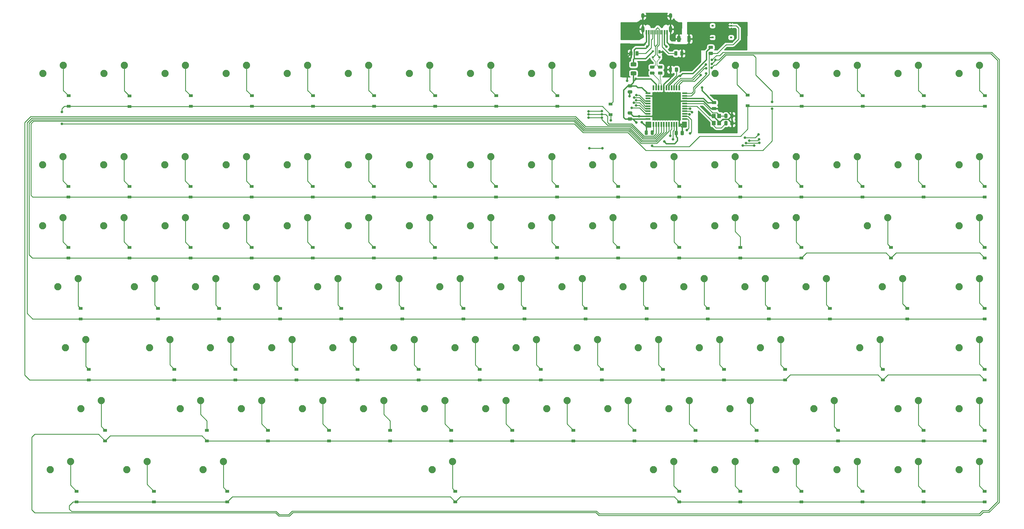
<source format=gbl>
G04 #@! TF.GenerationSoftware,KiCad,Pcbnew,(5.1.9-0-10_14)*
G04 #@! TF.CreationDate,2021-05-12T14:40:02+09:00*
G04 #@! TF.ProjectId,JupiterAdvanced,4a757069-7465-4724-9164-76616e636564,1*
G04 #@! TF.SameCoordinates,Original*
G04 #@! TF.FileFunction,Copper,L2,Bot*
G04 #@! TF.FilePolarity,Positive*
%FSLAX46Y46*%
G04 Gerber Fmt 4.6, Leading zero omitted, Abs format (unit mm)*
G04 Created by KiCad (PCBNEW (5.1.9-0-10_14)) date 2021-05-12 14:40:02*
%MOMM*%
%LPD*%
G01*
G04 APERTURE LIST*
G04 #@! TA.AperFunction,SMDPad,CuDef*
%ADD10R,0.700000X0.600000*%
G04 #@! TD*
G04 #@! TA.AperFunction,SMDPad,CuDef*
%ADD11R,1.500000X0.550000*%
G04 #@! TD*
G04 #@! TA.AperFunction,SMDPad,CuDef*
%ADD12R,0.550000X1.500000*%
G04 #@! TD*
G04 #@! TA.AperFunction,ComponentPad*
%ADD13C,2.250000*%
G04 #@! TD*
G04 #@! TA.AperFunction,SMDPad,CuDef*
%ADD14R,1.200000X1.400000*%
G04 #@! TD*
G04 #@! TA.AperFunction,ComponentPad*
%ADD15O,1.000000X1.600000*%
G04 #@! TD*
G04 #@! TA.AperFunction,ComponentPad*
%ADD16O,1.000000X2.100000*%
G04 #@! TD*
G04 #@! TA.AperFunction,SMDPad,CuDef*
%ADD17R,0.300000X1.450000*%
G04 #@! TD*
G04 #@! TA.AperFunction,SMDPad,CuDef*
%ADD18R,0.600000X1.450000*%
G04 #@! TD*
G04 #@! TA.AperFunction,SMDPad,CuDef*
%ADD19R,0.700000X1.000000*%
G04 #@! TD*
G04 #@! TA.AperFunction,SMDPad,CuDef*
%ADD20R,1.200000X0.900000*%
G04 #@! TD*
G04 #@! TA.AperFunction,ViaPad*
%ADD21C,0.800000*%
G04 #@! TD*
G04 #@! TA.AperFunction,Conductor*
%ADD22C,0.254000*%
G04 #@! TD*
G04 #@! TA.AperFunction,Conductor*
%ADD23C,0.381000*%
G04 #@! TD*
G04 #@! TA.AperFunction,Conductor*
%ADD24C,0.200000*%
G04 #@! TD*
G04 #@! TA.AperFunction,Conductor*
%ADD25C,0.500000*%
G04 #@! TD*
G04 #@! TA.AperFunction,Conductor*
%ADD26C,0.150000*%
G04 #@! TD*
G04 APERTURE END LIST*
D10*
X280101720Y-87023820D03*
X285901720Y-87023820D03*
X280101720Y-83323820D03*
X285901720Y-83323820D03*
G04 #@! TA.AperFunction,SMDPad,CuDef*
G36*
G01*
X270137500Y-86774999D02*
X270137500Y-88175001D01*
G75*
G02*
X269887501Y-88425000I-249999J0D01*
G01*
X269337499Y-88425000D01*
G75*
G02*
X269087500Y-88175001I0J249999D01*
G01*
X269087500Y-86774999D01*
G75*
G02*
X269337499Y-86525000I249999J0D01*
G01*
X269887501Y-86525000D01*
G75*
G02*
X270137500Y-86774999I0J-249999D01*
G01*
G37*
G04 #@! TD.AperFunction*
G04 #@! TA.AperFunction,SMDPad,CuDef*
G36*
G01*
X273287500Y-86774999D02*
X273287500Y-88175001D01*
G75*
G02*
X273037501Y-88425000I-249999J0D01*
G01*
X272487499Y-88425000D01*
G75*
G02*
X272237500Y-88175001I0J249999D01*
G01*
X272237500Y-86774999D01*
G75*
G02*
X272487499Y-86525000I249999J0D01*
G01*
X273037501Y-86525000D01*
G75*
G02*
X273287500Y-86774999I0J-249999D01*
G01*
G37*
G04 #@! TD.AperFunction*
D11*
X260025000Y-104475000D03*
X260025000Y-105275000D03*
X260025000Y-106075000D03*
X260025000Y-106875000D03*
X260025000Y-107675000D03*
X260025000Y-108475000D03*
X260025000Y-109275000D03*
X260025000Y-110075000D03*
X260025000Y-110875000D03*
X260025000Y-111675000D03*
X260025000Y-112475000D03*
D12*
X261725000Y-114175000D03*
X262525000Y-114175000D03*
X263325000Y-114175000D03*
X264125000Y-114175000D03*
X264925000Y-114175000D03*
X265725000Y-114175000D03*
X266525000Y-114175000D03*
X267325000Y-114175000D03*
X268125000Y-114175000D03*
X268925000Y-114175000D03*
X269725000Y-114175000D03*
D11*
X271425000Y-112475000D03*
X271425000Y-111675000D03*
X271425000Y-110875000D03*
X271425000Y-110075000D03*
X271425000Y-109275000D03*
X271425000Y-108475000D03*
X271425000Y-107675000D03*
X271425000Y-106875000D03*
X271425000Y-106075000D03*
X271425000Y-105275000D03*
X271425000Y-104475000D03*
D12*
X269725000Y-102775000D03*
X268925000Y-102775000D03*
X268125000Y-102775000D03*
X267325000Y-102775000D03*
X266525000Y-102775000D03*
X265725000Y-102775000D03*
X264925000Y-102775000D03*
X264125000Y-102775000D03*
X263325000Y-102775000D03*
X262525000Y-102775000D03*
X261725000Y-102775000D03*
G04 #@! TA.AperFunction,SMDPad,CuDef*
G36*
G01*
X261753670Y-98633580D02*
X260841170Y-98633580D01*
G75*
G02*
X260597420Y-98389830I0J243750D01*
G01*
X260597420Y-97902330D01*
G75*
G02*
X260841170Y-97658580I243750J0D01*
G01*
X261753670Y-97658580D01*
G75*
G02*
X261997420Y-97902330I0J-243750D01*
G01*
X261997420Y-98389830D01*
G75*
G02*
X261753670Y-98633580I-243750J0D01*
G01*
G37*
G04 #@! TD.AperFunction*
G04 #@! TA.AperFunction,SMDPad,CuDef*
G36*
G01*
X261753670Y-96758580D02*
X260841170Y-96758580D01*
G75*
G02*
X260597420Y-96514830I0J243750D01*
G01*
X260597420Y-96027330D01*
G75*
G02*
X260841170Y-95783580I243750J0D01*
G01*
X261753670Y-95783580D01*
G75*
G02*
X261997420Y-96027330I0J-243750D01*
G01*
X261997420Y-96514830D01*
G75*
G02*
X261753670Y-96758580I-243750J0D01*
G01*
G37*
G04 #@! TD.AperFunction*
G04 #@! TA.AperFunction,SMDPad,CuDef*
G36*
G01*
X264273350Y-98633580D02*
X263360850Y-98633580D01*
G75*
G02*
X263117100Y-98389830I0J243750D01*
G01*
X263117100Y-97902330D01*
G75*
G02*
X263360850Y-97658580I243750J0D01*
G01*
X264273350Y-97658580D01*
G75*
G02*
X264517100Y-97902330I0J-243750D01*
G01*
X264517100Y-98389830D01*
G75*
G02*
X264273350Y-98633580I-243750J0D01*
G01*
G37*
G04 #@! TD.AperFunction*
G04 #@! TA.AperFunction,SMDPad,CuDef*
G36*
G01*
X264273350Y-96758580D02*
X263360850Y-96758580D01*
G75*
G02*
X263117100Y-96514830I0J243750D01*
G01*
X263117100Y-96027330D01*
G75*
G02*
X263360850Y-95783580I243750J0D01*
G01*
X264273350Y-95783580D01*
G75*
G02*
X264517100Y-96027330I0J-243750D01*
G01*
X264517100Y-96514830D01*
G75*
G02*
X264273350Y-96758580I-243750J0D01*
G01*
G37*
G04 #@! TD.AperFunction*
D13*
X333079320Y-164909620D03*
X339429320Y-162369620D03*
X357006120Y-98258820D03*
X363356120Y-95718820D03*
D14*
X282199100Y-113759520D03*
X282199100Y-111559520D03*
X280499100Y-111559520D03*
X280499100Y-113759520D03*
D15*
X267005000Y-80275000D03*
X258365000Y-80275000D03*
D16*
X267005000Y-84455000D03*
X258365000Y-84455000D03*
D17*
X262435000Y-85370000D03*
X262935000Y-85370000D03*
X263435000Y-85370000D03*
X261935000Y-85370000D03*
X263935000Y-85370000D03*
X261435000Y-85370000D03*
X264435000Y-85370000D03*
X260935000Y-85370000D03*
D18*
X260235000Y-85370000D03*
X265135000Y-85370000D03*
X259460000Y-85370000D03*
X265910000Y-85370000D03*
D10*
X261531860Y-93205340D03*
X263531860Y-93205340D03*
X261531860Y-91305340D03*
D19*
X263531860Y-91505340D03*
D13*
X71192620Y-145846920D03*
X77542620Y-143306920D03*
X75955120Y-164909620D03*
X82305120Y-162369620D03*
X192655647Y-222069227D03*
X199005647Y-219529227D03*
X311756020Y-203009620D03*
X318106020Y-200469620D03*
X299881520Y-222059620D03*
X306231520Y-219519620D03*
X309279520Y-164909620D03*
X315629520Y-162369620D03*
X261710380Y-222059620D03*
X268060380Y-219519620D03*
G04 #@! TA.AperFunction,SMDPad,CuDef*
G36*
G01*
X279103770Y-91493520D02*
X280016270Y-91493520D01*
G75*
G02*
X280260020Y-91737270I0J-243750D01*
G01*
X280260020Y-92224770D01*
G75*
G02*
X280016270Y-92468520I-243750J0D01*
G01*
X279103770Y-92468520D01*
G75*
G02*
X278860020Y-92224770I0J243750D01*
G01*
X278860020Y-91737270D01*
G75*
G02*
X279103770Y-91493520I243750J0D01*
G01*
G37*
G04 #@! TD.AperFunction*
G04 #@! TA.AperFunction,SMDPad,CuDef*
G36*
G01*
X279103770Y-89618520D02*
X280016270Y-89618520D01*
G75*
G02*
X280260020Y-89862270I0J-243750D01*
G01*
X280260020Y-90349770D01*
G75*
G02*
X280016270Y-90593520I-243750J0D01*
G01*
X279103770Y-90593520D01*
G75*
G02*
X278860020Y-90349770I0J243750D01*
G01*
X278860020Y-89862270D01*
G75*
G02*
X279103770Y-89618520I243750J0D01*
G01*
G37*
G04 #@! TD.AperFunction*
G04 #@! TA.AperFunction,SMDPad,CuDef*
G36*
G01*
X260837500Y-117231250D02*
X260837500Y-116318750D01*
G75*
G02*
X261081250Y-116075000I243750J0D01*
G01*
X261568750Y-116075000D01*
G75*
G02*
X261812500Y-116318750I0J-243750D01*
G01*
X261812500Y-117231250D01*
G75*
G02*
X261568750Y-117475000I-243750J0D01*
G01*
X261081250Y-117475000D01*
G75*
G02*
X260837500Y-117231250I0J243750D01*
G01*
G37*
G04 #@! TD.AperFunction*
G04 #@! TA.AperFunction,SMDPad,CuDef*
G36*
G01*
X258962500Y-117231250D02*
X258962500Y-116318750D01*
G75*
G02*
X259206250Y-116075000I243750J0D01*
G01*
X259693750Y-116075000D01*
G75*
G02*
X259937500Y-116318750I0J-243750D01*
G01*
X259937500Y-117231250D01*
G75*
G02*
X259693750Y-117475000I-243750J0D01*
G01*
X259206250Y-117475000D01*
G75*
G02*
X258962500Y-117231250I0J243750D01*
G01*
G37*
G04 #@! TD.AperFunction*
G04 #@! TA.AperFunction,SMDPad,CuDef*
G36*
G01*
X255160120Y-91550170D02*
X255160120Y-92462670D01*
G75*
G02*
X254916370Y-92706420I-243750J0D01*
G01*
X254428870Y-92706420D01*
G75*
G02*
X254185120Y-92462670I0J243750D01*
G01*
X254185120Y-91550170D01*
G75*
G02*
X254428870Y-91306420I243750J0D01*
G01*
X254916370Y-91306420D01*
G75*
G02*
X255160120Y-91550170I0J-243750D01*
G01*
G37*
G04 #@! TD.AperFunction*
G04 #@! TA.AperFunction,SMDPad,CuDef*
G36*
G01*
X257035120Y-91550170D02*
X257035120Y-92462670D01*
G75*
G02*
X256791370Y-92706420I-243750J0D01*
G01*
X256303870Y-92706420D01*
G75*
G02*
X256060120Y-92462670I0J243750D01*
G01*
X256060120Y-91550170D01*
G75*
G02*
X256303870Y-91306420I243750J0D01*
G01*
X256791370Y-91306420D01*
G75*
G02*
X257035120Y-91550170I0J-243750D01*
G01*
G37*
G04 #@! TD.AperFunction*
G04 #@! TA.AperFunction,SMDPad,CuDef*
G36*
G01*
X270063620Y-92462670D02*
X270063620Y-91550170D01*
G75*
G02*
X270307370Y-91306420I243750J0D01*
G01*
X270794870Y-91306420D01*
G75*
G02*
X271038620Y-91550170I0J-243750D01*
G01*
X271038620Y-92462670D01*
G75*
G02*
X270794870Y-92706420I-243750J0D01*
G01*
X270307370Y-92706420D01*
G75*
G02*
X270063620Y-92462670I0J243750D01*
G01*
G37*
G04 #@! TD.AperFunction*
G04 #@! TA.AperFunction,SMDPad,CuDef*
G36*
G01*
X268188620Y-92462670D02*
X268188620Y-91550170D01*
G75*
G02*
X268432370Y-91306420I243750J0D01*
G01*
X268919870Y-91306420D01*
G75*
G02*
X269163620Y-91550170I0J-243750D01*
G01*
X269163620Y-92462670D01*
G75*
G02*
X268919870Y-92706420I-243750J0D01*
G01*
X268432370Y-92706420D01*
G75*
G02*
X268188620Y-92462670I0J243750D01*
G01*
G37*
G04 #@! TD.AperFunction*
X295004720Y-183959620D03*
X301354720Y-181419620D03*
X285530520Y-203009620D03*
X291880520Y-200469620D03*
X318931520Y-126809620D03*
X325281520Y-124269620D03*
X299830720Y-145859620D03*
X306180720Y-143319620D03*
X357031520Y-164909620D03*
X363381520Y-162369620D03*
X357031520Y-183959620D03*
X363381520Y-181419620D03*
X337930720Y-126809620D03*
X344280720Y-124269620D03*
X114080520Y-203009620D03*
X120430520Y-200469620D03*
X195030320Y-164909620D03*
X201380320Y-162369620D03*
X133130520Y-203009620D03*
X139480520Y-200469620D03*
X118830320Y-164909620D03*
X125180320Y-162369620D03*
X171230520Y-203009620D03*
X177580520Y-200469620D03*
X214080320Y-164909620D03*
X220430320Y-162369620D03*
X175980320Y-164909620D03*
X182330320Y-162369620D03*
X337956120Y-98258820D03*
X344306120Y-95718820D03*
X318906120Y-98258820D03*
X325256120Y-95718820D03*
X299856120Y-98258820D03*
X306206120Y-95718820D03*
X280865320Y-98258820D03*
X287215320Y-95718820D03*
X242706120Y-98258820D03*
X249056120Y-95718820D03*
X223656120Y-98258820D03*
X230006120Y-95718820D03*
X204606120Y-98258820D03*
X210956120Y-95718820D03*
X185556120Y-98258820D03*
X191906120Y-95718820D03*
X166506120Y-98258820D03*
X172856120Y-95718820D03*
X147456120Y-98258820D03*
X153806120Y-95718820D03*
X128406120Y-98258820D03*
X134756120Y-95718820D03*
X109356120Y-98258820D03*
X115706120Y-95718820D03*
X90306120Y-98258820D03*
X96656120Y-95718820D03*
X71256120Y-98258820D03*
X77606120Y-95718820D03*
X123503920Y-183959620D03*
X129853920Y-181419620D03*
X156930320Y-164909620D03*
X163280320Y-162369620D03*
X99780320Y-164909620D03*
X106130320Y-162369620D03*
X271179520Y-164909620D03*
X277529520Y-162369620D03*
X252180320Y-164909620D03*
X258530320Y-162369620D03*
X209330520Y-203009620D03*
X215680520Y-200469620D03*
X228380520Y-203009620D03*
X234730520Y-200469620D03*
X256904720Y-183959620D03*
X263254720Y-181419620D03*
X237854720Y-183959620D03*
X244204720Y-181419620D03*
X218804720Y-183959620D03*
X225154720Y-181419620D03*
X233130320Y-164909620D03*
X239480320Y-162369620D03*
X199754720Y-183959620D03*
X206104720Y-181419620D03*
X180704720Y-183959620D03*
X187054720Y-181419620D03*
X280780720Y-126809620D03*
X287130720Y-124269620D03*
X161654720Y-183959620D03*
X168004720Y-181419620D03*
X137880320Y-164909620D03*
X144230320Y-162369620D03*
X142604720Y-183959620D03*
X148954720Y-181419620D03*
X152180520Y-203009620D03*
X158530520Y-200469620D03*
X190280520Y-203009620D03*
X196630520Y-200469620D03*
X104504720Y-183959620D03*
X110854720Y-181419620D03*
X242680720Y-145859620D03*
X249030720Y-143319620D03*
X223630720Y-145859620D03*
X229980720Y-143319620D03*
X204580720Y-145859620D03*
X210930720Y-143319620D03*
X185530720Y-145859620D03*
X191880720Y-143319620D03*
X166480720Y-145859620D03*
X172830720Y-143319620D03*
X147430720Y-145859620D03*
X153780720Y-143319620D03*
X128380720Y-145859620D03*
X134730720Y-143319620D03*
X109330720Y-145859620D03*
X115680720Y-143319620D03*
X90229920Y-145859620D03*
X96579920Y-143319620D03*
X261730720Y-145859620D03*
X268080720Y-143319620D03*
X247430520Y-203009620D03*
X253780520Y-200469620D03*
X83092520Y-203009620D03*
X89442520Y-200469620D03*
X97399524Y-222059620D03*
X103749524Y-219519620D03*
X73567520Y-222059620D03*
X79917520Y-219519620D03*
X290229520Y-164909620D03*
X296579520Y-162369620D03*
X121207128Y-222069227D03*
X127557128Y-219529227D03*
X280780720Y-145859620D03*
X287130720Y-143319620D03*
X357031520Y-145859620D03*
X363381520Y-143319620D03*
X272830520Y-200469620D03*
X266480520Y-203009620D03*
X280831520Y-222059620D03*
X287181520Y-219519620D03*
X299830720Y-126809620D03*
X306180720Y-124269620D03*
G04 #@! TA.AperFunction,SMDPad,CuDef*
G36*
G01*
X256080420Y-96070120D02*
X254830420Y-96070120D01*
G75*
G02*
X254580420Y-95820120I0J250000D01*
G01*
X254580420Y-95070120D01*
G75*
G02*
X254830420Y-94820120I250000J0D01*
G01*
X256080420Y-94820120D01*
G75*
G02*
X256330420Y-95070120I0J-250000D01*
G01*
X256330420Y-95820120D01*
G75*
G02*
X256080420Y-96070120I-250000J0D01*
G01*
G37*
G04 #@! TD.AperFunction*
G04 #@! TA.AperFunction,SMDPad,CuDef*
G36*
G01*
X256080420Y-98870120D02*
X254830420Y-98870120D01*
G75*
G02*
X254580420Y-98620120I0J250000D01*
G01*
X254580420Y-97870120D01*
G75*
G02*
X254830420Y-97620120I250000J0D01*
G01*
X256080420Y-97620120D01*
G75*
G02*
X256330420Y-97870120I0J-250000D01*
G01*
X256330420Y-98620120D01*
G75*
G02*
X256080420Y-98870120I-250000J0D01*
G01*
G37*
G04 #@! TD.AperFunction*
X261730720Y-126809620D03*
X268080720Y-124269620D03*
X242680720Y-126809620D03*
X249030720Y-124269620D03*
X223630720Y-126809620D03*
X229980720Y-124269620D03*
X204580720Y-126809620D03*
X210930720Y-124269620D03*
X185530720Y-126809620D03*
X191880720Y-124269620D03*
X166480720Y-126809620D03*
X172830720Y-124269620D03*
X147430720Y-126809620D03*
X153780720Y-124269620D03*
X128380720Y-126809620D03*
X134730720Y-124269620D03*
X109279920Y-126809620D03*
X115629920Y-124269620D03*
X90229920Y-126809620D03*
X96579920Y-124269620D03*
X71179920Y-126809620D03*
X77529920Y-124269620D03*
X325992720Y-183959620D03*
X332342720Y-181419620D03*
X357031520Y-203009620D03*
X363381520Y-200469620D03*
X357031520Y-126809620D03*
X363381520Y-124269620D03*
D20*
X365007120Y-228791620D03*
X365007120Y-232091620D03*
X365007120Y-209741620D03*
X365007120Y-213041620D03*
X365007120Y-190691620D03*
X365007120Y-193991620D03*
X365007120Y-171641620D03*
X365007120Y-174941620D03*
X365007120Y-152591620D03*
X365007120Y-155891620D03*
X365007120Y-133541620D03*
X365007120Y-136841620D03*
X365032520Y-105244820D03*
X365032520Y-108544820D03*
X345957120Y-228791620D03*
X345957120Y-232091620D03*
X345957120Y-209741620D03*
X345957120Y-213041620D03*
X340877120Y-171641620D03*
X340877120Y-174941620D03*
X335797120Y-152591620D03*
X335797120Y-155891620D03*
X345957120Y-133541620D03*
X345957120Y-136841620D03*
X345982520Y-105244820D03*
X345982520Y-108544820D03*
X326907120Y-228791620D03*
X326907120Y-232091620D03*
X319287120Y-209741620D03*
X319287120Y-213041620D03*
X333257120Y-190691620D03*
X333257120Y-193991620D03*
X316747120Y-171641620D03*
X316747120Y-174941620D03*
X326907120Y-133541620D03*
X326907120Y-136841620D03*
X326932520Y-105244820D03*
X326932520Y-108544820D03*
X307857120Y-228791620D03*
X307857120Y-232091620D03*
X302777120Y-190691620D03*
X302777120Y-193991620D03*
X297697120Y-171641620D03*
X297697120Y-174941620D03*
X307857120Y-152591620D03*
X307857120Y-155891620D03*
X307857120Y-133541620D03*
X307857120Y-136841620D03*
X307882520Y-105244820D03*
X307882520Y-108544820D03*
X288807120Y-228791620D03*
X288807120Y-232091620D03*
X293887120Y-209741620D03*
X293887120Y-213041620D03*
X283727120Y-190691620D03*
X283727120Y-193991620D03*
X278647120Y-171641620D03*
X278647120Y-174941620D03*
X288807120Y-152591620D03*
X288807120Y-155891620D03*
X288807120Y-133541620D03*
X288807120Y-136841620D03*
X291085020Y-105063020D03*
X291085020Y-108363020D03*
X269757120Y-228791620D03*
X269757120Y-232091620D03*
X274837120Y-209741620D03*
X274837120Y-213041620D03*
X264677120Y-190691620D03*
X264677120Y-193991620D03*
X259597120Y-171641620D03*
X259597120Y-174941620D03*
X269757120Y-152591620D03*
X269757120Y-155891620D03*
X269757120Y-133541620D03*
X269757120Y-136841620D03*
X255787120Y-209741620D03*
X255787120Y-213041620D03*
X245627120Y-190691620D03*
X245627120Y-193991620D03*
X240547120Y-171641620D03*
X240547120Y-174941620D03*
X250707120Y-152591620D03*
X250707120Y-155891620D03*
X250707120Y-133541620D03*
X250707120Y-136841620D03*
X248330720Y-107847860D03*
X248330720Y-111147860D03*
X236737120Y-209741620D03*
X236737120Y-213041620D03*
X226577120Y-190691620D03*
X226577120Y-193991620D03*
X221497120Y-171641620D03*
X221497120Y-174941620D03*
X231657120Y-152591620D03*
X231657120Y-155891620D03*
X231657120Y-133541620D03*
X231657120Y-136841620D03*
X231682520Y-105244820D03*
X231682520Y-108544820D03*
X217687120Y-209741620D03*
X217687120Y-213041620D03*
X207527120Y-190691620D03*
X207527120Y-193991620D03*
X202447120Y-171641620D03*
X202447120Y-174941620D03*
X212607120Y-152591620D03*
X212607120Y-155891620D03*
X212607120Y-133541620D03*
X212607120Y-136841620D03*
X212632520Y-105244820D03*
X212632520Y-108544820D03*
X199907120Y-228791620D03*
X199907120Y-232091620D03*
X198637120Y-209741620D03*
X198637120Y-213041620D03*
X188477120Y-190691620D03*
X188477120Y-193991620D03*
X183397120Y-171641620D03*
X183397120Y-174941620D03*
X193557120Y-152591620D03*
X193557120Y-155891620D03*
X193557120Y-133541620D03*
X193557120Y-136841620D03*
X193582520Y-105244820D03*
X193582520Y-108544820D03*
X179587120Y-209741620D03*
X179587120Y-213041620D03*
X169427120Y-190691620D03*
X169427120Y-193991620D03*
X164347120Y-171641620D03*
X164347120Y-174941620D03*
X174507120Y-152591620D03*
X174507120Y-155891620D03*
X174507120Y-133541620D03*
X174507120Y-136841620D03*
X174532520Y-105244820D03*
X174532520Y-108544820D03*
X160537120Y-209741620D03*
X160537120Y-213041620D03*
X150377120Y-190691620D03*
X150377120Y-193991620D03*
X145297120Y-171641620D03*
X145297120Y-174941620D03*
X155457120Y-152591620D03*
X155457120Y-155891620D03*
X155457120Y-133541620D03*
X155457120Y-136841620D03*
X155482520Y-105244820D03*
X155482520Y-108544820D03*
X128787120Y-228791620D03*
X128787120Y-232091620D03*
X141487120Y-209741620D03*
X141487120Y-213041620D03*
X131327120Y-190691620D03*
X131327120Y-193991620D03*
X126247120Y-171641620D03*
X126247120Y-174941620D03*
X136407120Y-152591620D03*
X136407120Y-155891620D03*
X136407120Y-133541620D03*
X136407120Y-136841620D03*
X136432520Y-105244820D03*
X136432520Y-108544820D03*
X122437120Y-209741620D03*
X122437120Y-213041620D03*
X112277120Y-190691620D03*
X112277120Y-193991620D03*
X107197120Y-171641620D03*
X107197120Y-174941620D03*
X117357120Y-152591620D03*
X117357120Y-155891620D03*
X117357120Y-133541620D03*
X117357120Y-136841620D03*
X117382520Y-105244820D03*
X117382520Y-108544820D03*
X105927120Y-228791620D03*
X105927120Y-232091620D03*
X90687120Y-209741620D03*
X90687120Y-213041620D03*
X98307120Y-152591620D03*
X98307120Y-155891620D03*
X98307120Y-133541620D03*
X98307120Y-136841620D03*
X98281720Y-105270220D03*
X98281720Y-108570220D03*
X81797120Y-228791620D03*
X81797120Y-232091620D03*
X85607120Y-190691620D03*
X85607120Y-193991620D03*
X83067120Y-171641620D03*
X83067120Y-174941620D03*
X79257120Y-152591620D03*
X79257120Y-155891620D03*
X79257120Y-133541620D03*
X79257120Y-136841620D03*
X79282520Y-105244820D03*
X79282520Y-108544820D03*
D13*
X78330020Y-183959620D03*
X84680020Y-181419620D03*
X275954720Y-183959620D03*
X282304720Y-181419620D03*
G04 #@! TA.AperFunction,SMDPad,CuDef*
G36*
G01*
X267475000Y-96618750D02*
X267475000Y-97531250D01*
G75*
G02*
X267231250Y-97775000I-243750J0D01*
G01*
X266743750Y-97775000D01*
G75*
G02*
X266500000Y-97531250I0J243750D01*
G01*
X266500000Y-96618750D01*
G75*
G02*
X266743750Y-96375000I243750J0D01*
G01*
X267231250Y-96375000D01*
G75*
G02*
X267475000Y-96618750I0J-243750D01*
G01*
G37*
G04 #@! TD.AperFunction*
G04 #@! TA.AperFunction,SMDPad,CuDef*
G36*
G01*
X269350000Y-96618750D02*
X269350000Y-97531250D01*
G75*
G02*
X269106250Y-97775000I-243750J0D01*
G01*
X268618750Y-97775000D01*
G75*
G02*
X268375000Y-97531250I0J243750D01*
G01*
X268375000Y-96618750D01*
G75*
G02*
X268618750Y-96375000I243750J0D01*
G01*
X269106250Y-96375000D01*
G75*
G02*
X269350000Y-96618750I0J-243750D01*
G01*
G37*
G04 #@! TD.AperFunction*
G04 #@! TA.AperFunction,SMDPad,CuDef*
G36*
G01*
X285661520Y-111982570D02*
X285661520Y-111070070D01*
G75*
G02*
X285905270Y-110826320I243750J0D01*
G01*
X286392770Y-110826320D01*
G75*
G02*
X286636520Y-111070070I0J-243750D01*
G01*
X286636520Y-111982570D01*
G75*
G02*
X286392770Y-112226320I-243750J0D01*
G01*
X285905270Y-112226320D01*
G75*
G02*
X285661520Y-111982570I0J243750D01*
G01*
G37*
G04 #@! TD.AperFunction*
G04 #@! TA.AperFunction,SMDPad,CuDef*
G36*
G01*
X283786520Y-111982570D02*
X283786520Y-111070070D01*
G75*
G02*
X284030270Y-110826320I243750J0D01*
G01*
X284517770Y-110826320D01*
G75*
G02*
X284761520Y-111070070I0J-243750D01*
G01*
X284761520Y-111982570D01*
G75*
G02*
X284517770Y-112226320I-243750J0D01*
G01*
X284030270Y-112226320D01*
G75*
G02*
X283786520Y-111982570I0J243750D01*
G01*
G37*
G04 #@! TD.AperFunction*
G04 #@! TA.AperFunction,SMDPad,CuDef*
G36*
G01*
X285686920Y-114255870D02*
X285686920Y-113343370D01*
G75*
G02*
X285930670Y-113099620I243750J0D01*
G01*
X286418170Y-113099620D01*
G75*
G02*
X286661920Y-113343370I0J-243750D01*
G01*
X286661920Y-114255870D01*
G75*
G02*
X286418170Y-114499620I-243750J0D01*
G01*
X285930670Y-114499620D01*
G75*
G02*
X285686920Y-114255870I0J243750D01*
G01*
G37*
G04 #@! TD.AperFunction*
G04 #@! TA.AperFunction,SMDPad,CuDef*
G36*
G01*
X283811920Y-114255870D02*
X283811920Y-113343370D01*
G75*
G02*
X284055670Y-113099620I243750J0D01*
G01*
X284543170Y-113099620D01*
G75*
G02*
X284786920Y-113343370I0J-243750D01*
G01*
X284786920Y-114255870D01*
G75*
G02*
X284543170Y-114499620I-243750J0D01*
G01*
X284055670Y-114499620D01*
G75*
G02*
X283811920Y-114255870I0J243750D01*
G01*
G37*
G04 #@! TD.AperFunction*
G04 #@! TA.AperFunction,SMDPad,CuDef*
G36*
G01*
X253919670Y-103533120D02*
X254832170Y-103533120D01*
G75*
G02*
X255075920Y-103776870I0J-243750D01*
G01*
X255075920Y-104264370D01*
G75*
G02*
X254832170Y-104508120I-243750J0D01*
G01*
X253919670Y-104508120D01*
G75*
G02*
X253675920Y-104264370I0J243750D01*
G01*
X253675920Y-103776870D01*
G75*
G02*
X253919670Y-103533120I243750J0D01*
G01*
G37*
G04 #@! TD.AperFunction*
G04 #@! TA.AperFunction,SMDPad,CuDef*
G36*
G01*
X253919670Y-101658120D02*
X254832170Y-101658120D01*
G75*
G02*
X255075920Y-101901870I0J-243750D01*
G01*
X255075920Y-102389370D01*
G75*
G02*
X254832170Y-102633120I-243750J0D01*
G01*
X253919670Y-102633120D01*
G75*
G02*
X253675920Y-102389370I0J243750D01*
G01*
X253675920Y-101901870D01*
G75*
G02*
X253919670Y-101658120I243750J0D01*
G01*
G37*
G04 #@! TD.AperFunction*
G04 #@! TA.AperFunction,SMDPad,CuDef*
G36*
G01*
X270175000Y-117331250D02*
X270175000Y-116418750D01*
G75*
G02*
X270418750Y-116175000I243750J0D01*
G01*
X270906250Y-116175000D01*
G75*
G02*
X271150000Y-116418750I0J-243750D01*
G01*
X271150000Y-117331250D01*
G75*
G02*
X270906250Y-117575000I-243750J0D01*
G01*
X270418750Y-117575000D01*
G75*
G02*
X270175000Y-117331250I0J243750D01*
G01*
G37*
G04 #@! TD.AperFunction*
G04 #@! TA.AperFunction,SMDPad,CuDef*
G36*
G01*
X268300000Y-117331250D02*
X268300000Y-116418750D01*
G75*
G02*
X268543750Y-116175000I243750J0D01*
G01*
X269031250Y-116175000D01*
G75*
G02*
X269275000Y-116418750I0J-243750D01*
G01*
X269275000Y-117331250D01*
G75*
G02*
X269031250Y-117575000I-243750J0D01*
G01*
X268543750Y-117575000D01*
G75*
G02*
X268300000Y-117331250I0J243750D01*
G01*
G37*
G04 #@! TD.AperFunction*
G04 #@! TA.AperFunction,SMDPad,CuDef*
G36*
G01*
X280119770Y-108763220D02*
X281032270Y-108763220D01*
G75*
G02*
X281276020Y-109006970I0J-243750D01*
G01*
X281276020Y-109494470D01*
G75*
G02*
X281032270Y-109738220I-243750J0D01*
G01*
X280119770Y-109738220D01*
G75*
G02*
X279876020Y-109494470I0J243750D01*
G01*
X279876020Y-109006970D01*
G75*
G02*
X280119770Y-108763220I243750J0D01*
G01*
G37*
G04 #@! TD.AperFunction*
G04 #@! TA.AperFunction,SMDPad,CuDef*
G36*
G01*
X280119770Y-106888220D02*
X281032270Y-106888220D01*
G75*
G02*
X281276020Y-107131970I0J-243750D01*
G01*
X281276020Y-107619470D01*
G75*
G02*
X281032270Y-107863220I-243750J0D01*
G01*
X280119770Y-107863220D01*
G75*
G02*
X279876020Y-107619470I0J243750D01*
G01*
X279876020Y-107131970D01*
G75*
G02*
X280119770Y-106888220I243750J0D01*
G01*
G37*
G04 #@! TD.AperFunction*
G04 #@! TA.AperFunction,SMDPad,CuDef*
G36*
G01*
X254819470Y-111099420D02*
X253906970Y-111099420D01*
G75*
G02*
X253663220Y-110855670I0J243750D01*
G01*
X253663220Y-110368170D01*
G75*
G02*
X253906970Y-110124420I243750J0D01*
G01*
X254819470Y-110124420D01*
G75*
G02*
X255063220Y-110368170I0J-243750D01*
G01*
X255063220Y-110855670D01*
G75*
G02*
X254819470Y-111099420I-243750J0D01*
G01*
G37*
G04 #@! TD.AperFunction*
G04 #@! TA.AperFunction,SMDPad,CuDef*
G36*
G01*
X254819470Y-112974420D02*
X253906970Y-112974420D01*
G75*
G02*
X253663220Y-112730670I0J243750D01*
G01*
X253663220Y-112243170D01*
G75*
G02*
X253906970Y-111999420I243750J0D01*
G01*
X254819470Y-111999420D01*
G75*
G02*
X255063220Y-112243170I0J-243750D01*
G01*
X255063220Y-112730670D01*
G75*
G02*
X254819470Y-112974420I-243750J0D01*
G01*
G37*
G04 #@! TD.AperFunction*
X328431120Y-145859620D03*
X334781120Y-143319620D03*
X337981520Y-203009620D03*
X344331520Y-200469620D03*
X357031520Y-222059620D03*
X363381520Y-219519620D03*
X318931520Y-222059620D03*
X325281520Y-219519620D03*
X337981520Y-222059620D03*
X344331520Y-219519620D03*
D21*
X291561520Y-119298720D03*
X294647620Y-118841520D03*
X273710926Y-110389074D03*
X290520120Y-120032220D03*
X294711120Y-119946420D03*
X272942704Y-111029275D03*
X273125000Y-109275000D03*
X290202620Y-118333520D03*
X294469820Y-117317520D03*
X287446720Y-111513620D03*
X287459420Y-113786920D03*
X253461520Y-100578920D03*
X257225000Y-111675000D03*
X258025000Y-113475000D03*
X254225000Y-105375000D03*
X253461520Y-96838480D03*
X265225000Y-94775000D03*
X279175000Y-110925000D03*
X256166620Y-99956620D03*
X276829520Y-102661720D03*
X269971520Y-99029520D03*
X256325000Y-113595000D03*
X265085000Y-119555000D03*
X278099520Y-98254820D03*
X256311120Y-105031820D03*
X261246620Y-120875000D03*
X248356120Y-112936020D03*
X77225000Y-110275000D03*
X77225000Y-113975000D03*
X298725000Y-109275000D03*
X298725000Y-107175000D03*
X279825000Y-96475000D03*
X276439067Y-98789067D03*
X255615420Y-107431820D03*
X278125000Y-96675000D03*
X281014465Y-94013670D03*
X279925000Y-95275000D03*
X279925000Y-94075000D03*
X278025000Y-95475000D03*
X255650820Y-105831820D03*
X256260520Y-106631820D03*
X256288420Y-108231820D03*
X254873420Y-109031820D03*
X245631720Y-110065820D03*
X241460020Y-110078520D03*
X245576250Y-111064282D03*
X241460020Y-111078523D03*
X245593922Y-112064128D03*
X241434473Y-112078199D03*
X266945320Y-117758420D03*
X245784120Y-121610120D03*
X241663220Y-121610120D03*
X267745320Y-118817120D03*
X272125000Y-115975000D03*
X265717020Y-89910920D03*
X259729460Y-89917760D03*
X289580320Y-120759220D03*
X293072820Y-120759220D03*
X273125000Y-116975000D03*
X262685000Y-81805000D03*
X269675000Y-83835000D03*
X253875000Y-84045000D03*
D22*
X344331520Y-227166020D02*
X345957120Y-228791620D01*
X344331520Y-219519620D02*
X344331520Y-227166020D01*
X294190420Y-119298720D02*
X294647620Y-118841520D01*
X291561520Y-119298720D02*
X294190420Y-119298720D01*
X271425000Y-110075000D02*
X273396852Y-110075000D01*
X273396852Y-110075000D02*
X273710926Y-110389074D01*
X325281520Y-227166020D02*
X326907120Y-228791620D01*
X325281520Y-219519620D02*
X325281520Y-227166020D01*
X294625320Y-120032220D02*
X294711120Y-119946420D01*
X290520120Y-120032220D02*
X294625320Y-120032220D01*
X271425000Y-110875000D02*
X272788429Y-110875000D01*
X272788429Y-110875000D02*
X272942704Y-111029275D01*
X363381520Y-227166020D02*
X365007120Y-228791620D01*
X363381520Y-219519620D02*
X363381520Y-227166020D01*
X293453820Y-118333520D02*
X294469820Y-117317520D01*
X290202620Y-118333520D02*
X293453820Y-118333520D01*
X271425000Y-109275000D02*
X273125000Y-109275000D01*
X344331520Y-208116020D02*
X345957120Y-209741620D01*
X344331520Y-200469620D02*
X344331520Y-208116020D01*
X334781120Y-151575620D02*
X335797120Y-152591620D01*
X334781120Y-143319620D02*
X334781120Y-151575620D01*
D23*
X282199100Y-113456618D02*
X282199100Y-113759520D01*
X280499100Y-111756618D02*
X282199100Y-113456618D01*
X280499100Y-111559520D02*
X280499100Y-111756618D01*
X285058510Y-112616830D02*
X286149020Y-111526320D01*
X283241790Y-112616830D02*
X285058510Y-112616830D01*
X282199100Y-113659520D02*
X283241790Y-112616830D01*
X282199100Y-113759520D02*
X282199100Y-113659520D01*
X285058510Y-112683710D02*
X286174420Y-113799620D01*
X285058510Y-112616830D02*
X285058510Y-112683710D01*
X283873420Y-109250720D02*
X280601420Y-109250720D01*
X286149020Y-111526320D02*
X283873420Y-109250720D01*
X259375240Y-88454900D02*
X258376420Y-89453720D01*
X258376420Y-89453720D02*
X255430020Y-89453720D01*
X254672620Y-90211120D02*
X254672620Y-92006420D01*
X255430020Y-89453720D02*
X254672620Y-90211120D01*
X279901720Y-87023820D02*
X277786220Y-87023820D01*
X254672620Y-92006420D02*
X253461520Y-93217520D01*
X253461520Y-93217520D02*
X253461520Y-96838480D01*
X255426300Y-111675000D02*
X257225000Y-111675000D01*
X254363220Y-110611920D02*
X255426300Y-111675000D01*
X259890501Y-105140501D02*
X260025000Y-105275000D01*
X254375920Y-104020620D02*
X254464720Y-103931820D01*
X264955020Y-102744980D02*
X264925000Y-102775000D01*
X277259128Y-106875000D02*
X272525000Y-106875000D01*
X272525000Y-106875000D02*
X271425000Y-106875000D01*
X279634848Y-109250720D02*
X277259128Y-106875000D01*
X280576020Y-109250720D02*
X279634848Y-109250720D01*
X257225000Y-111675000D02*
X260025000Y-111675000D01*
X254225000Y-104171540D02*
X254375920Y-104020620D01*
X254225000Y-105375000D02*
X254225000Y-104171540D01*
X263531860Y-91505340D02*
X264355340Y-91505340D01*
X264355340Y-91505340D02*
X266425000Y-93575000D01*
X266425000Y-93575000D02*
X269925000Y-93575000D01*
X270551120Y-92948880D02*
X270551120Y-92006420D01*
X269925000Y-93575000D02*
X270551120Y-92948880D01*
X270551120Y-92006420D02*
X272803620Y-92006420D01*
X272803620Y-92006420D02*
X274380020Y-90430020D01*
X274380020Y-90430020D02*
X273959320Y-90850720D01*
X277786220Y-87023820D02*
X274380020Y-90430020D01*
X270662500Y-115112500D02*
X270662500Y-116875000D01*
X269725000Y-114175000D02*
X270662500Y-115112500D01*
X253461520Y-96838480D02*
X253461520Y-100578920D01*
X265225000Y-94775000D02*
X266025000Y-94775000D01*
X266987500Y-95737500D02*
X266987500Y-97075000D01*
X266025000Y-94775000D02*
X266987500Y-95737500D01*
X263556000Y-105275000D02*
X260025000Y-105275000D01*
X264925000Y-103906000D02*
X263556000Y-105275000D01*
X264925000Y-103906000D02*
X267894000Y-106875000D01*
X267894000Y-106875000D02*
X271425000Y-106875000D01*
X264925000Y-102775000D02*
X264925000Y-103906000D01*
X261156000Y-111675000D02*
X264225000Y-108606000D01*
X260025000Y-111675000D02*
X261156000Y-111675000D01*
X266163000Y-108606000D02*
X267894000Y-106875000D01*
X264225000Y-108606000D02*
X266163000Y-108606000D01*
X269725000Y-112168000D02*
X266163000Y-108606000D01*
X269725000Y-114175000D02*
X269725000Y-112168000D01*
X280499100Y-111559520D02*
X279809520Y-111559520D01*
X279809520Y-111559520D02*
X279175000Y-110925000D01*
X279175000Y-110925000D02*
X279125000Y-110875000D01*
X266987500Y-99581500D02*
X264925000Y-101644000D01*
X264925000Y-101644000D02*
X264925000Y-102775000D01*
X266987500Y-97075000D02*
X266987500Y-99581500D01*
X259450000Y-114900000D02*
X259450000Y-116775000D01*
X258025000Y-113475000D02*
X259450000Y-114900000D01*
X269730220Y-89479120D02*
X270551120Y-90300020D01*
X270551120Y-90300020D02*
X270551120Y-92006420D01*
X266859120Y-89479120D02*
X269730220Y-89479120D01*
X265910000Y-88530000D02*
X266859120Y-89479120D01*
X265910000Y-85370000D02*
X265910000Y-88530000D01*
X259460000Y-86190000D02*
X259460000Y-85370000D01*
X259460000Y-88370140D02*
X259460000Y-86190000D01*
X259375240Y-88454900D02*
X259460000Y-88370140D01*
X254363220Y-112486920D02*
X254618320Y-112231820D01*
X255455420Y-101066120D02*
X254375920Y-102145620D01*
X252860020Y-112486920D02*
X254363220Y-112486920D01*
X252382020Y-112008920D02*
X252860020Y-112486920D01*
X252382020Y-103398320D02*
X252382020Y-112008920D01*
X253634720Y-102145620D02*
X252382020Y-103398320D01*
X254375920Y-102145620D02*
X253634720Y-102145620D01*
X255557020Y-100566220D02*
X256166620Y-99956620D01*
X255455420Y-100566220D02*
X255557020Y-100566220D01*
X255455420Y-98245120D02*
X255455420Y-100566220D01*
X255455420Y-100566220D02*
X255455420Y-101066120D01*
X260013080Y-112486920D02*
X260025000Y-112475000D01*
X254363220Y-112486920D02*
X260013080Y-112486920D01*
X259910172Y-104475000D02*
X260025000Y-104475000D01*
X258066992Y-102631820D02*
X259910172Y-104475000D01*
X256733620Y-102631820D02*
X258066992Y-102631820D01*
X256247420Y-102145620D02*
X256733620Y-102631820D01*
X254375920Y-102145620D02*
X256247420Y-102145620D01*
X273325000Y-106075000D02*
X271425000Y-106075000D01*
X274125000Y-106075000D02*
X273325000Y-106075000D01*
X278581520Y-107375720D02*
X277280800Y-106075000D01*
X277280800Y-106075000D02*
X273325000Y-106075000D01*
X280576020Y-107375720D02*
X278581520Y-107375720D01*
X262525000Y-101644000D02*
X262525000Y-102775000D01*
X260837620Y-99956620D02*
X262525000Y-101644000D01*
X256166620Y-99956620D02*
X260837620Y-99956620D01*
X268925000Y-116737500D02*
X268925000Y-114175000D01*
X268787500Y-116875000D02*
X268925000Y-116737500D01*
X276829520Y-103629220D02*
X280576020Y-107375720D01*
X276829520Y-102661720D02*
X276829520Y-103629220D01*
X266525000Y-101975000D02*
X266525000Y-102775000D01*
X269470480Y-99029520D02*
X266525000Y-101975000D01*
X269971520Y-99029520D02*
X269470480Y-99029520D01*
X270726040Y-98275000D02*
X269971520Y-99029520D01*
X273925000Y-98275000D02*
X270726040Y-98275000D01*
X278225000Y-91441040D02*
X278225000Y-93975000D01*
X278225000Y-93975000D02*
X273925000Y-98275000D01*
X279560020Y-90106020D02*
X278225000Y-91441040D01*
X254363220Y-112486920D02*
X255216920Y-112486920D01*
X255216920Y-112486920D02*
X256325000Y-113595000D01*
X265085000Y-119555000D02*
X265705000Y-120175000D01*
X265705000Y-120175000D02*
X268265000Y-120175000D01*
X268265000Y-120175000D02*
X269145000Y-119295000D01*
X269145000Y-119295000D02*
X269145000Y-118335000D01*
X268787500Y-117977500D02*
X268787500Y-116875000D01*
X269145000Y-118335000D02*
X268787500Y-117977500D01*
D22*
X280499100Y-113759520D02*
X280499100Y-114560900D01*
X280499100Y-114560900D02*
X281185620Y-115247420D01*
X282851620Y-115247420D02*
X284299420Y-113799620D01*
X281185620Y-115247420D02*
X282851620Y-115247420D01*
X279102820Y-112363240D02*
X280499100Y-113759520D01*
X275214580Y-108475000D02*
X279102820Y-112363240D01*
X271425000Y-108475000D02*
X275214580Y-108475000D01*
X284240820Y-111559520D02*
X284274020Y-111526320D01*
X282199100Y-111559520D02*
X284240820Y-111559520D01*
X282199100Y-111206300D02*
X282199100Y-111559520D01*
X281525319Y-110532519D02*
X282199100Y-111206300D01*
X273688500Y-107675000D02*
X277327260Y-107675000D01*
X280184779Y-110532519D02*
X281525319Y-110532519D01*
X277327260Y-107675000D02*
X280184779Y-110532519D01*
X273688500Y-107675000D02*
X271425000Y-107675000D01*
X282304720Y-189269220D02*
X283727120Y-190691620D01*
X282304720Y-181419620D02*
X282304720Y-189269220D01*
X278099520Y-98254820D02*
X278099520Y-98254820D01*
X273625000Y-104475000D02*
X271425000Y-104475000D01*
X278099520Y-98254820D02*
X278099520Y-98661220D01*
X278099520Y-98661220D02*
X274128920Y-102631820D01*
X274128920Y-103971080D02*
X273625000Y-104475000D01*
X274128920Y-102631820D02*
X274128920Y-103971080D01*
X84680020Y-189764520D02*
X85607120Y-190691620D01*
X84680020Y-181419620D02*
X84680020Y-189764520D01*
X256311120Y-105031820D02*
X256311120Y-105031820D01*
X259125000Y-106875000D02*
X260025000Y-106875000D01*
X257281820Y-105031820D02*
X259125000Y-106875000D01*
X256311120Y-105031820D02*
X257281820Y-105031820D01*
X77606120Y-103568420D02*
X79282520Y-105244820D01*
X77606120Y-95718820D02*
X77606120Y-103568420D01*
X365032520Y-108544820D02*
X345982520Y-108544820D01*
X345982520Y-108544820D02*
X326932520Y-108544820D01*
X326932520Y-108544820D02*
X307882520Y-108544820D01*
X98256320Y-108544820D02*
X98281720Y-108570220D01*
X79282520Y-108544820D02*
X98256320Y-108544820D01*
X117357120Y-108570220D02*
X117382520Y-108544820D01*
X98281720Y-108570220D02*
X117357120Y-108570220D01*
X117382520Y-108544820D02*
X136432520Y-108544820D01*
X136432520Y-108544820D02*
X155482520Y-108544820D01*
X155482520Y-108544820D02*
X174532520Y-108544820D01*
X174532520Y-108544820D02*
X193582520Y-108544820D01*
X193582520Y-108544820D02*
X212632520Y-108544820D01*
X212632520Y-108544820D02*
X231682520Y-108544820D01*
X245727680Y-108544820D02*
X248330720Y-111147860D01*
X231682520Y-108544820D02*
X245727680Y-108544820D01*
X307879520Y-108541820D02*
X307882520Y-108544820D01*
X291263820Y-108541820D02*
X307879520Y-108541820D01*
X291085020Y-108363020D02*
X291263820Y-108541820D01*
X248356120Y-111173260D02*
X248330720Y-111147860D01*
X248356120Y-112936020D02*
X248356120Y-111173260D01*
X261486440Y-121114820D02*
X261246620Y-120875000D01*
X272841720Y-121114820D02*
X261486440Y-121114820D01*
X276067520Y-117889020D02*
X272841720Y-121114820D01*
X288843720Y-117889020D02*
X276067520Y-117889020D01*
X291085020Y-115647720D02*
X288843720Y-117889020D01*
X291085020Y-108363020D02*
X291085020Y-115647720D01*
X79282520Y-108544820D02*
X77955180Y-108544820D01*
X77955180Y-108544820D02*
X77225000Y-109275000D01*
X77225000Y-109275000D02*
X77225000Y-110275000D01*
X77225000Y-113975000D02*
X234025000Y-113975000D01*
X237018234Y-113975000D02*
X239742293Y-116699060D01*
X234025000Y-113975000D02*
X237018234Y-113975000D01*
X239742293Y-116699060D02*
X253764795Y-116699060D01*
X253764795Y-116699060D02*
X259340735Y-122275000D01*
X259340735Y-122275000D02*
X273825000Y-122275000D01*
X273825000Y-122275000D02*
X295725000Y-122275000D01*
X295725000Y-122275000D02*
X295825000Y-122275000D01*
X298725000Y-119375000D02*
X298725000Y-109275000D01*
X295825000Y-122275000D02*
X298725000Y-119375000D01*
X292879010Y-92529010D02*
X284270990Y-92529010D01*
X284270990Y-92529010D02*
X281125000Y-95675000D01*
X293625000Y-93275000D02*
X292879010Y-92529010D01*
X293625000Y-98775000D02*
X293625000Y-93275000D01*
X298725000Y-103875000D02*
X293625000Y-98775000D01*
X298725000Y-107175000D02*
X298725000Y-103875000D01*
X280625000Y-95675000D02*
X279825000Y-96475000D01*
X281125000Y-95675000D02*
X280625000Y-95675000D01*
X276439067Y-98789067D02*
X274499124Y-100729010D01*
X274499124Y-100729010D02*
X270770990Y-100729010D01*
X269725000Y-101775000D02*
X269725000Y-102775000D01*
X270770990Y-100729010D02*
X269725000Y-101775000D01*
X77529920Y-131814420D02*
X79257120Y-133541620D01*
X77529920Y-124269620D02*
X77529920Y-131814420D01*
X365007120Y-136841620D02*
X79257120Y-136841620D01*
X266491310Y-116326200D02*
X266491310Y-114208690D01*
X257790819Y-120083020D02*
X262734490Y-120083020D01*
X262734490Y-120083020D02*
X266491310Y-116326200D01*
X253952851Y-116245050D02*
X257790819Y-120083020D01*
X236884830Y-113199530D02*
X239930350Y-116245050D01*
X68300470Y-113199530D02*
X236884830Y-113199530D01*
X266491310Y-114208690D02*
X266525000Y-114175000D01*
X239930350Y-116245050D02*
X253952851Y-116245050D01*
X67525000Y-113975000D02*
X68300470Y-113199530D01*
X67525000Y-136275000D02*
X67525000Y-113975000D01*
X68091620Y-136841620D02*
X67525000Y-136275000D01*
X79257120Y-136841620D02*
X68091620Y-136841620D01*
X77542620Y-150877120D02*
X79257120Y-152591620D01*
X77542620Y-143306920D02*
X77542620Y-150877120D01*
X79257120Y-155891620D02*
X231657120Y-155891620D01*
X231657120Y-155891620D02*
X307857120Y-155891620D01*
X334239219Y-154333719D02*
X335797120Y-155891620D01*
X309415021Y-154333719D02*
X334239219Y-154333719D01*
X307857120Y-155891620D02*
X309415021Y-154333719D01*
X363449219Y-154333719D02*
X365007120Y-155891620D01*
X337355021Y-154333719D02*
X363449219Y-154333719D01*
X335797120Y-155891620D02*
X337355021Y-154333719D01*
X265725000Y-116450444D02*
X265725000Y-114175000D01*
X68054480Y-112745520D02*
X237079216Y-112745520D01*
X259681937Y-119618063D02*
X262557381Y-119618063D01*
X262557381Y-119618063D02*
X265725000Y-116450444D01*
X240124736Y-115791040D02*
X254141040Y-115791040D01*
X257979010Y-119629010D02*
X259670990Y-119629010D01*
X66925000Y-113875000D02*
X68054480Y-112745520D01*
X254141040Y-115791040D02*
X257979010Y-119629010D01*
X259670990Y-119629010D02*
X259681937Y-119618063D01*
X237079216Y-112745520D02*
X240124736Y-115791040D01*
X66925000Y-154875000D02*
X66925000Y-113875000D01*
X67941620Y-155891620D02*
X66925000Y-154875000D01*
X79257120Y-155891620D02*
X67941620Y-155891620D01*
X82305120Y-170879620D02*
X83067120Y-171641620D01*
X82305120Y-162369620D02*
X82305120Y-170879620D01*
X365007120Y-174941620D02*
X259025000Y-174941620D01*
X259597120Y-174941620D02*
X145297120Y-174941620D01*
X145297120Y-174941620D02*
X83067120Y-174941620D01*
X255615420Y-107431820D02*
X255615420Y-107431820D01*
X257335754Y-107431820D02*
X259178934Y-109275000D01*
X259178934Y-109275000D02*
X260025000Y-109275000D01*
X255615420Y-107431820D02*
X257335754Y-107431820D01*
X83067120Y-174941620D02*
X68091620Y-174941620D01*
X68091620Y-174941620D02*
X66325000Y-173175000D01*
X262369323Y-119164053D02*
X264925000Y-116608376D01*
X66325000Y-173175000D02*
X66325000Y-113675000D01*
X66325000Y-113675000D02*
X67762480Y-112237520D01*
X67762480Y-112237520D02*
X237213283Y-112237520D01*
X237213283Y-112237520D02*
X240312793Y-115337030D01*
X258156121Y-119164053D02*
X262369323Y-119164053D01*
X240312793Y-115337030D02*
X254329098Y-115337030D01*
X254329098Y-115337030D02*
X258156121Y-119164053D01*
X264925000Y-116608376D02*
X264925000Y-114175000D01*
X85607120Y-193991620D02*
X226577120Y-193991620D01*
X226577120Y-193991620D02*
X302777120Y-193991620D01*
X331699219Y-192433719D02*
X333257120Y-193991620D01*
X304335021Y-192433719D02*
X331699219Y-192433719D01*
X302777120Y-193991620D02*
X304335021Y-192433719D01*
X334815021Y-192433719D02*
X363449219Y-192433719D01*
X363449219Y-192433719D02*
X365007120Y-193991620D01*
X333257120Y-193991620D02*
X334815021Y-192433719D01*
X264125000Y-116766308D02*
X264125000Y-114175000D01*
X262181278Y-118710030D02*
X264125000Y-116766308D01*
X254517156Y-114883020D02*
X258344166Y-118710030D01*
X240500851Y-114883020D02*
X254517156Y-114883020D01*
X65625000Y-192475000D02*
X65625000Y-113575000D01*
X65625000Y-113575000D02*
X67457780Y-111742220D01*
X67141620Y-193991620D02*
X65625000Y-192475000D01*
X67457780Y-111742220D02*
X237360051Y-111742220D01*
X258344166Y-118710030D02*
X262181278Y-118710030D01*
X237360051Y-111742220D02*
X240500851Y-114883020D01*
X85607120Y-193991620D02*
X67141620Y-193991620D01*
X79917520Y-226912020D02*
X81797120Y-228791620D01*
X79917520Y-219519620D02*
X79917520Y-226912020D01*
X81797120Y-232091620D02*
X105927120Y-232091620D01*
X105927120Y-232091620D02*
X128787120Y-232091620D01*
X198358826Y-230543326D02*
X199907120Y-232091620D01*
X130335414Y-230543326D02*
X198358826Y-230543326D01*
X128787120Y-232091620D02*
X130335414Y-230543326D01*
X268208826Y-230543326D02*
X269757120Y-232091620D01*
X201455414Y-230543326D02*
X268208826Y-230543326D01*
X199907120Y-232091620D02*
X201455414Y-230543326D01*
X269757120Y-232091620D02*
X288807120Y-232091620D01*
X288807120Y-232091620D02*
X307857120Y-232091620D01*
X307857120Y-232091620D02*
X365007120Y-232091620D01*
X268925000Y-101771000D02*
X268925000Y-102775000D01*
X270421000Y-100275000D02*
X268925000Y-101771000D01*
X273925000Y-100275000D02*
X270421000Y-100275000D01*
X281014465Y-94185535D02*
X279925000Y-95275000D01*
X281014465Y-94013670D02*
X281014465Y-94185535D01*
X277525000Y-96675000D02*
X273925000Y-100275000D01*
X278125000Y-96675000D02*
X277525000Y-96675000D01*
X366925000Y-92075000D02*
X284025000Y-92075000D01*
X284025000Y-92075000D02*
X282086330Y-94013670D01*
X366125000Y-234875000D02*
X369025000Y-231975000D01*
X369025000Y-94175000D02*
X366925000Y-92075000D01*
X363285224Y-235875000D02*
X364285224Y-234875000D01*
X369025000Y-231975000D02*
X369025000Y-94175000D01*
X145025000Y-236075000D02*
X147925000Y-236075000D01*
X244825000Y-235875000D02*
X363285224Y-235875000D01*
X80225000Y-235075000D02*
X144025000Y-235075000D01*
X147925000Y-236075000D02*
X149025000Y-234975000D01*
X79525000Y-233275000D02*
X79525000Y-234375000D01*
X79525000Y-234375000D02*
X80225000Y-235075000D01*
X364285224Y-234875000D02*
X366125000Y-234875000D01*
X144025000Y-235075000D02*
X145025000Y-236075000D01*
X80708380Y-232091620D02*
X79525000Y-233275000D01*
X282086330Y-94013670D02*
X281014465Y-94013670D01*
X243925000Y-234975000D02*
X244825000Y-235875000D01*
X149025000Y-234975000D02*
X243925000Y-234975000D01*
X81797120Y-232091620D02*
X80708380Y-232091620D01*
X96656120Y-103644620D02*
X98281720Y-105270220D01*
X96656120Y-95718820D02*
X96656120Y-103644620D01*
X96579920Y-131814420D02*
X98307120Y-133541620D01*
X96579920Y-124269620D02*
X96579920Y-131814420D01*
X96579920Y-150864420D02*
X98307120Y-152591620D01*
X96579920Y-143319620D02*
X96579920Y-150864420D01*
X89442520Y-208497020D02*
X90687120Y-209741620D01*
X89442520Y-200469620D02*
X89442520Y-208497020D01*
X365007120Y-213041620D02*
X255787120Y-213041620D01*
X236737120Y-213041620D02*
X160537120Y-213041620D01*
X160537120Y-213041620D02*
X122437120Y-213041620D01*
X120879219Y-211483719D02*
X92245021Y-211483719D01*
X92245021Y-211483719D02*
X90687120Y-213041620D01*
X122437120Y-213041620D02*
X120879219Y-211483719D01*
X268125000Y-101771000D02*
X268125000Y-102775000D01*
X270121000Y-99775000D02*
X268125000Y-101771000D01*
X273725000Y-99775000D02*
X270121000Y-99775000D01*
X278025000Y-95475000D02*
X273725000Y-99775000D01*
X255787120Y-213041620D02*
X236737120Y-213041620D01*
X283379010Y-91620990D02*
X282325000Y-92675000D01*
X369525000Y-93975000D02*
X367170990Y-91620990D01*
X369525000Y-232175000D02*
X369525000Y-93975000D01*
X364570990Y-235329010D02*
X366370990Y-235329010D01*
X244636943Y-236329010D02*
X363570990Y-236329010D01*
X243736944Y-235429010D02*
X244636943Y-236329010D01*
X149246033Y-235429010D02*
X243736944Y-235429010D01*
X148146033Y-236529010D02*
X149246033Y-235429010D01*
X144836943Y-236529010D02*
X148146033Y-236529010D01*
X281325000Y-92675000D02*
X279925000Y-94075000D01*
X80036943Y-235529010D02*
X143836944Y-235529010D01*
X79982933Y-235475000D02*
X80036943Y-235529010D01*
X90687120Y-213041620D02*
X88612820Y-210967320D01*
X67825000Y-211875000D02*
X67825000Y-234575000D01*
X68725000Y-235475000D02*
X79982933Y-235475000D01*
X282325000Y-92675000D02*
X281325000Y-92675000D01*
X363570990Y-236329010D02*
X364570990Y-235329010D01*
X68732680Y-210967320D02*
X67825000Y-211875000D01*
X143836944Y-235529010D02*
X144836943Y-236529010D01*
X367170990Y-91620990D02*
X283379010Y-91620990D01*
X366370990Y-235329010D02*
X369525000Y-232175000D01*
X88612820Y-210967320D02*
X68732680Y-210967320D01*
X67825000Y-234575000D02*
X68725000Y-235475000D01*
X103749524Y-226614024D02*
X105927120Y-228791620D01*
X103749524Y-219519620D02*
X103749524Y-226614024D01*
X115706120Y-103568420D02*
X117382520Y-105244820D01*
X115706120Y-95718820D02*
X115706120Y-103568420D01*
X115629920Y-131814420D02*
X117357120Y-133541620D01*
X115629920Y-124269620D02*
X115629920Y-131814420D01*
X115680720Y-150915220D02*
X117357120Y-152591620D01*
X115680720Y-143319620D02*
X115680720Y-150915220D01*
X106130320Y-170574820D02*
X107197120Y-171641620D01*
X106130320Y-162369620D02*
X106130320Y-170574820D01*
X110854720Y-189269220D02*
X112277120Y-190691620D01*
X110854720Y-181419620D02*
X110854720Y-189269220D01*
X120430520Y-204788582D02*
X122437120Y-206795182D01*
X122437120Y-206795182D02*
X122437120Y-209741620D01*
X120430520Y-200469620D02*
X120430520Y-204788582D01*
X134756120Y-103568420D02*
X136432520Y-105244820D01*
X134756120Y-95718820D02*
X134756120Y-103568420D01*
X134730720Y-131865220D02*
X136407120Y-133541620D01*
X134730720Y-124269620D02*
X134730720Y-131865220D01*
X134730720Y-150915220D02*
X136407120Y-152591620D01*
X134730720Y-143319620D02*
X134730720Y-150915220D01*
X125180320Y-170574820D02*
X126247120Y-171641620D01*
X125180320Y-162369620D02*
X125180320Y-170574820D01*
X129853920Y-189218420D02*
X131327120Y-190691620D01*
X129853920Y-181419620D02*
X129853920Y-189218420D01*
X139480520Y-207735020D02*
X141487120Y-209741620D01*
X139480520Y-200469620D02*
X139480520Y-207735020D01*
X127557128Y-227561628D02*
X128787120Y-228791620D01*
X127557128Y-219529227D02*
X127557128Y-227561628D01*
X153806120Y-103568420D02*
X155482520Y-105244820D01*
X153806120Y-95718820D02*
X153806120Y-103568420D01*
X153780720Y-131865220D02*
X155457120Y-133541620D01*
X153780720Y-124269620D02*
X153780720Y-131865220D01*
X153780720Y-150915220D02*
X155457120Y-152591620D01*
X153780720Y-143319620D02*
X153780720Y-150915220D01*
X144230320Y-170574820D02*
X145297120Y-171641620D01*
X144230320Y-162369620D02*
X144230320Y-170574820D01*
X148954720Y-189269220D02*
X150377120Y-190691620D01*
X148954720Y-181419620D02*
X148954720Y-189269220D01*
X158530520Y-207735020D02*
X160537120Y-209741620D01*
X158530520Y-200469620D02*
X158530520Y-207735020D01*
X172856120Y-103568420D02*
X174532520Y-105244820D01*
X172856120Y-95718820D02*
X172856120Y-103568420D01*
X172830720Y-131865220D02*
X174507120Y-133541620D01*
X172830720Y-124269620D02*
X172830720Y-131865220D01*
X172830720Y-150915220D02*
X174507120Y-152591620D01*
X172830720Y-143319620D02*
X172830720Y-150915220D01*
X163280320Y-170574820D02*
X164347120Y-171641620D01*
X163280320Y-162369620D02*
X163280320Y-170574820D01*
X168004720Y-189269220D02*
X169427120Y-190691620D01*
X168004720Y-181419620D02*
X168004720Y-189269220D01*
X179587120Y-206795182D02*
X179587120Y-209741620D01*
X177580520Y-204788582D02*
X179587120Y-206795182D01*
X177580520Y-200469620D02*
X177580520Y-204788582D01*
X191906120Y-103568420D02*
X193582520Y-105244820D01*
X191906120Y-95718820D02*
X191906120Y-103568420D01*
X191880720Y-131865220D02*
X193557120Y-133541620D01*
X191880720Y-124269620D02*
X191880720Y-131865220D01*
X191880720Y-150915220D02*
X193557120Y-152591620D01*
X191880720Y-143319620D02*
X191880720Y-150915220D01*
X182330320Y-170574820D02*
X183397120Y-171641620D01*
X182330320Y-162369620D02*
X182330320Y-170574820D01*
X187054720Y-189269220D02*
X188477120Y-190691620D01*
X187054720Y-181419620D02*
X187054720Y-189269220D01*
X196630520Y-207735020D02*
X198637120Y-209741620D01*
X196630520Y-200469620D02*
X196630520Y-207735020D01*
X199005647Y-227890147D02*
X199907120Y-228791620D01*
X199005647Y-219529227D02*
X199005647Y-227890147D01*
X210956120Y-103568420D02*
X212632520Y-105244820D01*
X210956120Y-95718820D02*
X210956120Y-103568420D01*
X210930720Y-131865220D02*
X212607120Y-133541620D01*
X210930720Y-124269620D02*
X210930720Y-131865220D01*
X210930720Y-150915220D02*
X212607120Y-152591620D01*
X210930720Y-143319620D02*
X210930720Y-150915220D01*
X201380320Y-170574820D02*
X202447120Y-171641620D01*
X201380320Y-162369620D02*
X201380320Y-170574820D01*
X206104720Y-189269220D02*
X207527120Y-190691620D01*
X206104720Y-181419620D02*
X206104720Y-189269220D01*
X215680520Y-207735020D02*
X217687120Y-209741620D01*
X215680520Y-200469620D02*
X215680520Y-207735020D01*
X230006120Y-103568420D02*
X231682520Y-105244820D01*
X230006120Y-95718820D02*
X230006120Y-103568420D01*
X229980720Y-131865220D02*
X231657120Y-133541620D01*
X229980720Y-124269620D02*
X229980720Y-131865220D01*
X229980720Y-150915220D02*
X231657120Y-152591620D01*
X229980720Y-143319620D02*
X229980720Y-150915220D01*
X220430320Y-170574820D02*
X221497120Y-171641620D01*
X220430320Y-162369620D02*
X220430320Y-170574820D01*
X225154720Y-189269220D02*
X226577120Y-190691620D01*
X225154720Y-181419620D02*
X225154720Y-189269220D01*
X234730520Y-207735020D02*
X236737120Y-209741620D01*
X234730520Y-200469620D02*
X234730520Y-207735020D01*
X249056120Y-107122460D02*
X248330720Y-107847860D01*
X249056120Y-95718820D02*
X249056120Y-107122460D01*
X249030720Y-131865220D02*
X250707120Y-133541620D01*
X249030720Y-124269620D02*
X249030720Y-131865220D01*
X249030720Y-150915220D02*
X250707120Y-152591620D01*
X249030720Y-143319620D02*
X249030720Y-150915220D01*
X239480320Y-170574820D02*
X240547120Y-171641620D01*
X239480320Y-162369620D02*
X239480320Y-170574820D01*
X244204720Y-189269220D02*
X245627120Y-190691620D01*
X244204720Y-181419620D02*
X244204720Y-189269220D01*
X253780520Y-207735020D02*
X255787120Y-209741620D01*
X253780520Y-200469620D02*
X253780520Y-207735020D01*
X268080720Y-131865220D02*
X269757120Y-133541620D01*
X268080720Y-124269620D02*
X268080720Y-131865220D01*
X268080720Y-150915220D02*
X269757120Y-152591620D01*
X268080720Y-143319620D02*
X268080720Y-150915220D01*
X258530320Y-170574820D02*
X259597120Y-171641620D01*
X258530320Y-162369620D02*
X258530320Y-170574820D01*
X263254720Y-189269220D02*
X264677120Y-190691620D01*
X263254720Y-181419620D02*
X263254720Y-189269220D01*
X272830520Y-207735020D02*
X274837120Y-209741620D01*
X272830520Y-200469620D02*
X272830520Y-207735020D01*
X268060380Y-227094880D02*
X269757120Y-228791620D01*
X268060380Y-219519620D02*
X268060380Y-227094880D01*
X287751520Y-101729520D02*
X291085020Y-105063020D01*
X287751520Y-96255020D02*
X287751520Y-101729520D01*
X287215320Y-95718820D02*
X287751520Y-96255020D01*
X287130720Y-131865220D02*
X288807120Y-133541620D01*
X287130720Y-124269620D02*
X287130720Y-131865220D01*
X288807120Y-149314982D02*
X288807120Y-152591620D01*
X287130720Y-147638582D02*
X288807120Y-149314982D01*
X287130720Y-143319620D02*
X287130720Y-147638582D01*
X277529520Y-170524020D02*
X278647120Y-171641620D01*
X277529520Y-162369620D02*
X277529520Y-170524020D01*
X291880520Y-207735020D02*
X293887120Y-209741620D01*
X291880520Y-200469620D02*
X291880520Y-207735020D01*
X287181520Y-227166020D02*
X288807120Y-228791620D01*
X287181520Y-219519620D02*
X287181520Y-227166020D01*
X306206120Y-103568420D02*
X307882520Y-105244820D01*
X306206120Y-95718820D02*
X306206120Y-103568420D01*
X306180720Y-131865220D02*
X307857120Y-133541620D01*
X306180720Y-124269620D02*
X306180720Y-131865220D01*
X306180720Y-150915220D02*
X307857120Y-152591620D01*
X306180720Y-143319620D02*
X306180720Y-150915220D01*
X296579520Y-170524020D02*
X297697120Y-171641620D01*
X296579520Y-162369620D02*
X296579520Y-170524020D01*
X301354720Y-189269220D02*
X302777120Y-190691620D01*
X301354720Y-181419620D02*
X301354720Y-189269220D01*
X306231520Y-227166020D02*
X307857120Y-228791620D01*
X306231520Y-219519620D02*
X306231520Y-227166020D01*
X325256120Y-103568420D02*
X326932520Y-105244820D01*
X325256120Y-95718820D02*
X325256120Y-103568420D01*
X325281520Y-131916020D02*
X326907120Y-133541620D01*
X325281520Y-124269620D02*
X325281520Y-131916020D01*
X315629520Y-170524020D02*
X316747120Y-171641620D01*
X315629520Y-162369620D02*
X315629520Y-170524020D01*
X332342720Y-189777220D02*
X333257120Y-190691620D01*
X332342720Y-181419620D02*
X332342720Y-189777220D01*
X318106020Y-208560520D02*
X319287120Y-209741620D01*
X318106020Y-200469620D02*
X318106020Y-208560520D01*
X344306120Y-103568420D02*
X345982520Y-105244820D01*
X344306120Y-95718820D02*
X344306120Y-103568420D01*
X344280720Y-131865220D02*
X345957120Y-133541620D01*
X344280720Y-124269620D02*
X344280720Y-131865220D01*
X339429320Y-170193820D02*
X340877120Y-171641620D01*
X339429320Y-162369620D02*
X339429320Y-170193820D01*
X363356120Y-103568420D02*
X365032520Y-105244820D01*
X363356120Y-95718820D02*
X363356120Y-103568420D01*
X363381520Y-131916020D02*
X365007120Y-133541620D01*
X363381520Y-124269620D02*
X363381520Y-131916020D01*
X363381520Y-150966020D02*
X365007120Y-152591620D01*
X363381520Y-143319620D02*
X363381520Y-150966020D01*
X363381520Y-170016020D02*
X365007120Y-171641620D01*
X363381520Y-162369620D02*
X363381520Y-170016020D01*
X363381520Y-189066020D02*
X365007120Y-190691620D01*
X363381520Y-181419620D02*
X363381520Y-189066020D01*
X363381520Y-208116020D02*
X365007120Y-209741620D01*
X363381520Y-200469620D02*
X363381520Y-208116020D01*
X255650820Y-105831820D02*
X255650820Y-105831820D01*
X259211398Y-107675000D02*
X260025000Y-107675000D01*
X257368218Y-105831820D02*
X259211398Y-107675000D01*
X255650820Y-105831820D02*
X257368218Y-105831820D01*
X256260520Y-106631820D02*
X256260520Y-106631820D01*
X259021000Y-108475000D02*
X260025000Y-108475000D01*
X258725000Y-108179000D02*
X259021000Y-108475000D01*
X258725000Y-107830668D02*
X258725000Y-108179000D01*
X257526152Y-106631820D02*
X258725000Y-107830668D01*
X256260520Y-106631820D02*
X257526152Y-106631820D01*
X256288420Y-108231820D02*
X256288420Y-108231820D01*
X259211398Y-110075000D02*
X260025000Y-110075000D01*
X257368218Y-108231820D02*
X259211398Y-110075000D01*
X256288420Y-108231820D02*
X257368218Y-108231820D01*
X241472720Y-110065820D02*
X241460020Y-110078520D01*
X243631720Y-110065820D02*
X241472720Y-110065820D01*
X243631720Y-110065820D02*
X245631720Y-110065820D01*
X257368218Y-109031820D02*
X259211398Y-110875000D01*
X259211398Y-110875000D02*
X260025000Y-110875000D01*
X254873420Y-109031820D02*
X257368218Y-109031820D01*
X241474261Y-111064282D02*
X241460020Y-111078523D01*
X243576250Y-111064282D02*
X241474261Y-111064282D01*
X243576250Y-111064282D02*
X245576250Y-111064282D01*
X247825000Y-113974999D02*
X254893271Y-113974999D01*
X245576250Y-111064282D02*
X246814282Y-111064282D01*
X246814282Y-111064282D02*
X247403719Y-111653719D01*
X247403719Y-111653719D02*
X247403719Y-113553718D01*
X247403719Y-113553718D02*
X247825000Y-113974999D01*
X254893271Y-113974999D02*
X258720280Y-117802008D01*
X261805164Y-117802008D02*
X262525000Y-117082172D01*
X258720280Y-117802008D02*
X261805164Y-117802008D01*
X262525000Y-117082172D02*
X262525000Y-114175000D01*
X241448544Y-112064128D02*
X241434473Y-112078199D01*
X243593922Y-112064128D02*
X241448544Y-112064128D01*
X243593922Y-112064128D02*
X245593922Y-112064128D01*
X263325000Y-116924240D02*
X263325000Y-114175000D01*
X258532223Y-118256019D02*
X261993221Y-118256019D01*
X245593922Y-112629813D02*
X247393118Y-114429009D01*
X254705213Y-114429009D02*
X258532223Y-118256019D01*
X261993221Y-118256019D02*
X263325000Y-116924240D01*
X247393118Y-114429009D02*
X254705213Y-114429009D01*
X245593922Y-112064128D02*
X245593922Y-112629813D01*
X266945320Y-117758420D02*
X266945320Y-117758420D01*
X243784120Y-121610120D02*
X241663220Y-121610120D01*
X245784120Y-121610120D02*
X243784120Y-121610120D01*
X267325000Y-115675000D02*
X267325000Y-114175000D01*
X266945320Y-116054680D02*
X267325000Y-115675000D01*
X266945320Y-117758420D02*
X266945320Y-116054680D01*
X267745320Y-118317120D02*
X267745320Y-118317120D01*
X268125000Y-115952140D02*
X268125000Y-114175000D01*
X267745320Y-116331820D02*
X268125000Y-115952140D01*
X267745320Y-118817120D02*
X267745320Y-116331820D01*
X271425000Y-112475000D02*
X272325000Y-112475000D01*
X272325000Y-112475000D02*
X272725000Y-112875000D01*
X272725000Y-115375000D02*
X272125000Y-115975000D01*
X272725000Y-112875000D02*
X272725000Y-115375000D01*
D23*
X259279100Y-90368120D02*
X256192020Y-90368120D01*
X255669610Y-90890530D02*
X255669610Y-93604910D01*
X256192020Y-90368120D02*
X255669610Y-90890530D01*
X259232290Y-93604910D02*
X261531860Y-91305340D01*
X255669610Y-93604910D02*
X259232290Y-93604910D01*
X259729460Y-89917760D02*
X259279100Y-90368120D01*
X255391920Y-93882600D02*
X255669610Y-93604910D01*
X255391920Y-95848520D02*
X255391920Y-93882600D01*
X265050240Y-85454760D02*
X265135000Y-85370000D01*
X265050240Y-89244140D02*
X265050240Y-85454760D01*
X265717020Y-89910920D02*
X265050240Y-89244140D01*
X260235000Y-86755000D02*
X260235000Y-85370000D01*
X260235000Y-89412220D02*
X260235000Y-86755000D01*
X259729460Y-89917760D02*
X260235000Y-89412220D01*
D22*
X289580320Y-120759220D02*
X293072820Y-120759220D01*
X271425000Y-111675000D02*
X271506277Y-111756277D01*
X273524999Y-116575001D02*
X273125000Y-116975000D01*
X273524999Y-112770999D02*
X273524999Y-116575001D01*
X272429000Y-111675000D02*
X273524999Y-112770999D01*
X271425000Y-111675000D02*
X272429000Y-111675000D01*
X266453620Y-92006420D02*
X268676120Y-92006420D01*
X264435000Y-89987800D02*
X266453620Y-92006420D01*
X264435000Y-85370000D02*
X264435000Y-89987800D01*
X261531860Y-93205340D02*
X261531860Y-93208600D01*
X262300240Y-89795980D02*
X262300240Y-92436960D01*
X262300240Y-92436960D02*
X261531860Y-93205340D01*
D24*
X261531860Y-93730341D02*
X262306860Y-94505341D01*
X262306860Y-94505341D02*
X262306860Y-95693440D01*
X262306860Y-95693440D02*
X261272020Y-96728280D01*
X261531860Y-93205340D02*
X261531860Y-93730341D01*
D22*
X261935000Y-89430740D02*
X262300240Y-89795980D01*
X261935000Y-85370000D02*
X261935000Y-89430740D01*
X262935000Y-86333602D02*
X262935000Y-85370000D01*
X262935000Y-89161220D02*
X262935000Y-86333602D01*
X262300240Y-89795980D02*
X262935000Y-89161220D01*
X261005000Y-90203340D02*
X261005000Y-87745000D01*
X261005000Y-87745000D02*
X261435000Y-87315000D01*
X259201920Y-92006420D02*
X261005000Y-90203340D01*
X261435000Y-87315000D02*
X261435000Y-85370000D01*
X256547620Y-92006420D02*
X259201920Y-92006420D01*
D24*
X263531860Y-93730341D02*
X262756860Y-94505341D01*
X263531860Y-93205340D02*
X263531860Y-93730341D01*
X262756860Y-95693440D02*
X263791700Y-96728280D01*
X262756860Y-94505341D02*
X262756860Y-95693440D01*
D22*
X263435000Y-84391000D02*
X262979000Y-83935000D01*
X263435000Y-85370000D02*
X263435000Y-84391000D01*
X262435000Y-84479000D02*
X262435000Y-85370000D01*
X262979000Y-83935000D02*
X262435000Y-84479000D01*
X263435000Y-87961220D02*
X263435000Y-85370000D01*
X263445000Y-88785000D02*
X263435000Y-88775000D01*
X263435000Y-88775000D02*
X263435000Y-87961220D01*
X263445000Y-89293286D02*
X263445000Y-88785000D01*
X262778240Y-89960046D02*
X263445000Y-89293286D01*
X263531860Y-93205340D02*
X263531860Y-93138500D01*
X263531860Y-93138500D02*
X262778240Y-92384880D01*
X262778240Y-92384880D02*
X262778240Y-89960046D01*
X287476320Y-83323820D02*
X288297620Y-84145120D01*
X288297620Y-84145120D02*
X288297620Y-87472520D01*
X288297620Y-87472520D02*
X286519620Y-89250520D01*
X286519620Y-89250520D02*
X284335220Y-89250520D01*
X281604720Y-91981020D02*
X279560020Y-91981020D01*
X284335220Y-89250520D02*
X281604720Y-91981020D01*
X279560020Y-91981020D02*
X279074493Y-92466547D01*
X279074493Y-98541879D02*
X274582931Y-103033441D01*
X274582931Y-103033441D02*
X274582930Y-104159138D01*
X279074493Y-92466547D02*
X279074493Y-98541879D01*
X274582930Y-104159138D02*
X273467068Y-105275000D01*
X273467068Y-105275000D02*
X271425000Y-105275000D01*
X286101720Y-83323820D02*
X287476320Y-83323820D01*
D24*
X263500000Y-102600000D02*
X263325000Y-102775000D01*
X263500000Y-102286500D02*
X263500000Y-102600000D01*
X263325000Y-101649999D02*
X263325000Y-102775000D01*
X263500000Y-101474999D02*
X263325000Y-101649999D01*
X263500000Y-100348660D02*
X263500000Y-101474999D01*
X261297420Y-98146080D02*
X263500000Y-100348660D01*
X263950000Y-102600000D02*
X264125000Y-102775000D01*
X264125000Y-101649999D02*
X264125000Y-102775000D01*
X263950000Y-100162263D02*
X263950000Y-101474999D01*
X263817100Y-100029363D02*
X263950000Y-100162263D01*
X263950000Y-101474999D02*
X264125000Y-101649999D01*
X263817100Y-98146080D02*
X263817100Y-100029363D01*
D25*
X270125000Y-87475000D02*
X268825000Y-87475000D01*
D22*
X266921220Y-87475000D02*
X266920240Y-87475980D01*
X268825000Y-87475000D02*
X266921220Y-87475000D01*
X265725000Y-102043132D02*
X265725000Y-102775000D01*
X268862500Y-98905632D02*
X265725000Y-102043132D01*
X268862500Y-97075000D02*
X268862500Y-98905632D01*
X261725000Y-116375000D02*
X261325000Y-116775000D01*
X261725000Y-114175000D02*
X261725000Y-116375000D01*
X287764220Y-116847620D02*
X275635720Y-116847620D01*
X275635720Y-109973770D01*
X278590468Y-112928519D01*
X278590473Y-112928523D01*
X279261028Y-113599078D01*
X279261028Y-114459520D01*
X279273288Y-114584002D01*
X279309598Y-114703700D01*
X279368563Y-114814014D01*
X279447915Y-114910705D01*
X279544606Y-114990057D01*
X279654920Y-115049022D01*
X279774618Y-115085332D01*
X279899100Y-115097592D01*
X279953797Y-115097592D01*
X279957679Y-115102322D01*
X279986749Y-115126179D01*
X280620340Y-115759771D01*
X280644198Y-115788842D01*
X280673268Y-115812699D01*
X280760227Y-115884065D01*
X280830984Y-115921885D01*
X280892605Y-115954822D01*
X281036242Y-115998394D01*
X281148194Y-116009420D01*
X281148197Y-116009420D01*
X281185620Y-116013106D01*
X281223043Y-116009420D01*
X282814197Y-116009420D01*
X282851620Y-116013106D01*
X282889043Y-116009420D01*
X282889046Y-116009420D01*
X283000998Y-115998394D01*
X283144635Y-115954822D01*
X283277012Y-115884065D01*
X283393042Y-115788842D01*
X283416904Y-115759766D01*
X284040475Y-115136195D01*
X284055670Y-115137692D01*
X284543170Y-115137692D01*
X284715205Y-115120748D01*
X284880629Y-115070567D01*
X285033084Y-114989078D01*
X285166712Y-114879412D01*
X285171928Y-114873056D01*
X285235735Y-114950805D01*
X285332426Y-115030157D01*
X285442740Y-115089122D01*
X285562438Y-115125432D01*
X285686920Y-115137692D01*
X285888670Y-115134620D01*
X286047420Y-114975870D01*
X286047420Y-113926620D01*
X286301420Y-113926620D01*
X286301420Y-114975870D01*
X286460170Y-115134620D01*
X286661920Y-115137692D01*
X286786402Y-115125432D01*
X286906100Y-115089122D01*
X287016414Y-115030157D01*
X287113105Y-114950805D01*
X287192457Y-114854114D01*
X287251422Y-114743800D01*
X287287732Y-114624102D01*
X287299992Y-114499620D01*
X287296920Y-114085370D01*
X287138170Y-113926620D01*
X286301420Y-113926620D01*
X286047420Y-113926620D01*
X286027420Y-113926620D01*
X286027420Y-113672620D01*
X286047420Y-113672620D01*
X286047420Y-112623370D01*
X286022020Y-112597970D01*
X286022020Y-111653320D01*
X286276020Y-111653320D01*
X286276020Y-112702570D01*
X286301420Y-112727970D01*
X286301420Y-113672620D01*
X287138170Y-113672620D01*
X287296920Y-113513870D01*
X287299992Y-113099620D01*
X287287732Y-112975138D01*
X287251422Y-112855440D01*
X287192457Y-112745126D01*
X287113105Y-112648435D01*
X287112183Y-112647678D01*
X287167057Y-112580814D01*
X287226022Y-112470500D01*
X287262332Y-112350802D01*
X287274592Y-112226320D01*
X287271520Y-111812070D01*
X287112770Y-111653320D01*
X286276020Y-111653320D01*
X286022020Y-111653320D01*
X286002020Y-111653320D01*
X286002020Y-111399320D01*
X286022020Y-111399320D01*
X286022020Y-110350070D01*
X286276020Y-110350070D01*
X286276020Y-111399320D01*
X287112770Y-111399320D01*
X287271520Y-111240570D01*
X287274592Y-110826320D01*
X287262332Y-110701838D01*
X287226022Y-110582140D01*
X287167057Y-110471826D01*
X287087705Y-110375135D01*
X286991014Y-110295783D01*
X286880700Y-110236818D01*
X286761002Y-110200508D01*
X286636520Y-110188248D01*
X286434770Y-110191320D01*
X286276020Y-110350070D01*
X286022020Y-110350070D01*
X285863270Y-110191320D01*
X285661520Y-110188248D01*
X285537038Y-110200508D01*
X285417340Y-110236818D01*
X285307026Y-110295783D01*
X285210335Y-110375135D01*
X285146528Y-110452884D01*
X285141312Y-110446528D01*
X285007684Y-110336862D01*
X284855229Y-110255373D01*
X284689805Y-110205192D01*
X284517770Y-110188248D01*
X284030270Y-110188248D01*
X283858235Y-110205192D01*
X283692811Y-110255373D01*
X283540356Y-110336862D01*
X283406728Y-110446528D01*
X283341108Y-110526486D01*
X283329637Y-110505026D01*
X283250285Y-110408335D01*
X283153594Y-110328983D01*
X283043280Y-110270018D01*
X282923582Y-110233708D01*
X282799100Y-110221448D01*
X282291878Y-110221448D01*
X282090602Y-110020172D01*
X282066741Y-109991097D01*
X281950711Y-109895874D01*
X281899993Y-109868765D01*
X281901832Y-109862702D01*
X281914092Y-109738220D01*
X281911020Y-109536470D01*
X281752270Y-109377720D01*
X280703020Y-109377720D01*
X280703020Y-109397720D01*
X280449020Y-109397720D01*
X280449020Y-109377720D01*
X280429020Y-109377720D01*
X280429020Y-109123720D01*
X280449020Y-109123720D01*
X280449020Y-109103720D01*
X280703020Y-109103720D01*
X280703020Y-109123720D01*
X281752270Y-109123720D01*
X281911020Y-108964970D01*
X281914092Y-108763220D01*
X281901832Y-108638738D01*
X281865522Y-108519040D01*
X281806557Y-108408726D01*
X281727205Y-108312035D01*
X281649456Y-108248228D01*
X281655812Y-108243012D01*
X281765478Y-108109384D01*
X281846967Y-107956929D01*
X281897148Y-107791505D01*
X281914092Y-107619470D01*
X281914092Y-107131970D01*
X281897148Y-106959935D01*
X281846967Y-106794511D01*
X281765478Y-106642056D01*
X281655812Y-106508428D01*
X281522184Y-106398762D01*
X281369729Y-106317273D01*
X281204305Y-106267092D01*
X281032270Y-106250148D01*
X280617881Y-106250148D01*
X279302753Y-104935020D01*
X287764220Y-104935020D01*
X287764220Y-116847620D01*
G04 #@! TA.AperFunction,Conductor*
D26*
G36*
X287764220Y-116847620D02*
G01*
X275635720Y-116847620D01*
X275635720Y-109973770D01*
X278590468Y-112928519D01*
X278590473Y-112928523D01*
X279261028Y-113599078D01*
X279261028Y-114459520D01*
X279273288Y-114584002D01*
X279309598Y-114703700D01*
X279368563Y-114814014D01*
X279447915Y-114910705D01*
X279544606Y-114990057D01*
X279654920Y-115049022D01*
X279774618Y-115085332D01*
X279899100Y-115097592D01*
X279953797Y-115097592D01*
X279957679Y-115102322D01*
X279986749Y-115126179D01*
X280620340Y-115759771D01*
X280644198Y-115788842D01*
X280673268Y-115812699D01*
X280760227Y-115884065D01*
X280830984Y-115921885D01*
X280892605Y-115954822D01*
X281036242Y-115998394D01*
X281148194Y-116009420D01*
X281148197Y-116009420D01*
X281185620Y-116013106D01*
X281223043Y-116009420D01*
X282814197Y-116009420D01*
X282851620Y-116013106D01*
X282889043Y-116009420D01*
X282889046Y-116009420D01*
X283000998Y-115998394D01*
X283144635Y-115954822D01*
X283277012Y-115884065D01*
X283393042Y-115788842D01*
X283416904Y-115759766D01*
X284040475Y-115136195D01*
X284055670Y-115137692D01*
X284543170Y-115137692D01*
X284715205Y-115120748D01*
X284880629Y-115070567D01*
X285033084Y-114989078D01*
X285166712Y-114879412D01*
X285171928Y-114873056D01*
X285235735Y-114950805D01*
X285332426Y-115030157D01*
X285442740Y-115089122D01*
X285562438Y-115125432D01*
X285686920Y-115137692D01*
X285888670Y-115134620D01*
X286047420Y-114975870D01*
X286047420Y-113926620D01*
X286301420Y-113926620D01*
X286301420Y-114975870D01*
X286460170Y-115134620D01*
X286661920Y-115137692D01*
X286786402Y-115125432D01*
X286906100Y-115089122D01*
X287016414Y-115030157D01*
X287113105Y-114950805D01*
X287192457Y-114854114D01*
X287251422Y-114743800D01*
X287287732Y-114624102D01*
X287299992Y-114499620D01*
X287296920Y-114085370D01*
X287138170Y-113926620D01*
X286301420Y-113926620D01*
X286047420Y-113926620D01*
X286027420Y-113926620D01*
X286027420Y-113672620D01*
X286047420Y-113672620D01*
X286047420Y-112623370D01*
X286022020Y-112597970D01*
X286022020Y-111653320D01*
X286276020Y-111653320D01*
X286276020Y-112702570D01*
X286301420Y-112727970D01*
X286301420Y-113672620D01*
X287138170Y-113672620D01*
X287296920Y-113513870D01*
X287299992Y-113099620D01*
X287287732Y-112975138D01*
X287251422Y-112855440D01*
X287192457Y-112745126D01*
X287113105Y-112648435D01*
X287112183Y-112647678D01*
X287167057Y-112580814D01*
X287226022Y-112470500D01*
X287262332Y-112350802D01*
X287274592Y-112226320D01*
X287271520Y-111812070D01*
X287112770Y-111653320D01*
X286276020Y-111653320D01*
X286022020Y-111653320D01*
X286002020Y-111653320D01*
X286002020Y-111399320D01*
X286022020Y-111399320D01*
X286022020Y-110350070D01*
X286276020Y-110350070D01*
X286276020Y-111399320D01*
X287112770Y-111399320D01*
X287271520Y-111240570D01*
X287274592Y-110826320D01*
X287262332Y-110701838D01*
X287226022Y-110582140D01*
X287167057Y-110471826D01*
X287087705Y-110375135D01*
X286991014Y-110295783D01*
X286880700Y-110236818D01*
X286761002Y-110200508D01*
X286636520Y-110188248D01*
X286434770Y-110191320D01*
X286276020Y-110350070D01*
X286022020Y-110350070D01*
X285863270Y-110191320D01*
X285661520Y-110188248D01*
X285537038Y-110200508D01*
X285417340Y-110236818D01*
X285307026Y-110295783D01*
X285210335Y-110375135D01*
X285146528Y-110452884D01*
X285141312Y-110446528D01*
X285007684Y-110336862D01*
X284855229Y-110255373D01*
X284689805Y-110205192D01*
X284517770Y-110188248D01*
X284030270Y-110188248D01*
X283858235Y-110205192D01*
X283692811Y-110255373D01*
X283540356Y-110336862D01*
X283406728Y-110446528D01*
X283341108Y-110526486D01*
X283329637Y-110505026D01*
X283250285Y-110408335D01*
X283153594Y-110328983D01*
X283043280Y-110270018D01*
X282923582Y-110233708D01*
X282799100Y-110221448D01*
X282291878Y-110221448D01*
X282090602Y-110020172D01*
X282066741Y-109991097D01*
X281950711Y-109895874D01*
X281899993Y-109868765D01*
X281901832Y-109862702D01*
X281914092Y-109738220D01*
X281911020Y-109536470D01*
X281752270Y-109377720D01*
X280703020Y-109377720D01*
X280703020Y-109397720D01*
X280449020Y-109397720D01*
X280449020Y-109377720D01*
X280429020Y-109377720D01*
X280429020Y-109123720D01*
X280449020Y-109123720D01*
X280449020Y-109103720D01*
X280703020Y-109103720D01*
X280703020Y-109123720D01*
X281752270Y-109123720D01*
X281911020Y-108964970D01*
X281914092Y-108763220D01*
X281901832Y-108638738D01*
X281865522Y-108519040D01*
X281806557Y-108408726D01*
X281727205Y-108312035D01*
X281649456Y-108248228D01*
X281655812Y-108243012D01*
X281765478Y-108109384D01*
X281846967Y-107956929D01*
X281897148Y-107791505D01*
X281914092Y-107619470D01*
X281914092Y-107131970D01*
X281897148Y-106959935D01*
X281846967Y-106794511D01*
X281765478Y-106642056D01*
X281655812Y-106508428D01*
X281522184Y-106398762D01*
X281369729Y-106317273D01*
X281204305Y-106267092D01*
X281032270Y-106250148D01*
X280617881Y-106250148D01*
X279302753Y-104935020D01*
X287764220Y-104935020D01*
X287764220Y-116847620D01*
G37*
G04 #@! TD.AperFunction*
D22*
X282326100Y-113632520D02*
X282346100Y-113632520D01*
X282346100Y-113886520D01*
X282326100Y-113886520D01*
X282326100Y-113906520D01*
X282072100Y-113906520D01*
X282072100Y-113886520D01*
X282052100Y-113886520D01*
X282052100Y-113632520D01*
X282072100Y-113632520D01*
X282072100Y-113612520D01*
X282326100Y-113612520D01*
X282326100Y-113632520D01*
G04 #@! TA.AperFunction,Conductor*
D26*
G36*
X282326100Y-113632520D02*
G01*
X282346100Y-113632520D01*
X282346100Y-113886520D01*
X282326100Y-113886520D01*
X282326100Y-113906520D01*
X282072100Y-113906520D01*
X282072100Y-113886520D01*
X282052100Y-113886520D01*
X282052100Y-113632520D01*
X282072100Y-113632520D01*
X282072100Y-113612520D01*
X282326100Y-113612520D01*
X282326100Y-113632520D01*
G37*
G04 #@! TD.AperFunction*
D22*
X283406728Y-112606112D02*
X283488709Y-112673393D01*
X283432128Y-112719828D01*
X283374853Y-112789618D01*
X283329637Y-112705026D01*
X283292291Y-112659520D01*
X283329637Y-112614014D01*
X283362601Y-112552343D01*
X283406728Y-112606112D01*
G04 #@! TA.AperFunction,Conductor*
D26*
G36*
X283406728Y-112606112D02*
G01*
X283488709Y-112673393D01*
X283432128Y-112719828D01*
X283374853Y-112789618D01*
X283329637Y-112705026D01*
X283292291Y-112659520D01*
X283329637Y-112614014D01*
X283362601Y-112552343D01*
X283406728Y-112606112D01*
G37*
G04 #@! TD.AperFunction*
D22*
X285210335Y-112677505D02*
X285211257Y-112678262D01*
X285171928Y-112726184D01*
X285166712Y-112719828D01*
X285084731Y-112652547D01*
X285141312Y-112606112D01*
X285146528Y-112599756D01*
X285210335Y-112677505D01*
G04 #@! TA.AperFunction,Conductor*
D26*
G36*
X285210335Y-112677505D02*
G01*
X285211257Y-112678262D01*
X285171928Y-112726184D01*
X285166712Y-112719828D01*
X285084731Y-112652547D01*
X285141312Y-112606112D01*
X285146528Y-112599756D01*
X285210335Y-112677505D01*
G37*
G04 #@! TD.AperFunction*
D22*
X280626100Y-111432520D02*
X280646100Y-111432520D01*
X280646100Y-111686520D01*
X280626100Y-111686520D01*
X280626100Y-111706520D01*
X280372100Y-111706520D01*
X280372100Y-111686520D01*
X280352100Y-111686520D01*
X280352100Y-111432520D01*
X280372100Y-111432520D01*
X280372100Y-111412520D01*
X280626100Y-111412520D01*
X280626100Y-111432520D01*
G04 #@! TA.AperFunction,Conductor*
D26*
G36*
X280626100Y-111432520D02*
G01*
X280646100Y-111432520D01*
X280646100Y-111686520D01*
X280626100Y-111686520D01*
X280626100Y-111706520D01*
X280372100Y-111706520D01*
X280372100Y-111686520D01*
X280352100Y-111686520D01*
X280352100Y-111432520D01*
X280372100Y-111432520D01*
X280372100Y-111412520D01*
X280626100Y-111412520D01*
X280626100Y-111432520D01*
G37*
G04 #@! TD.AperFunction*
D22*
X279281755Y-110707126D02*
X279273288Y-110735038D01*
X279261028Y-110859520D01*
X279264100Y-111273770D01*
X279422848Y-111432518D01*
X279264100Y-111432518D01*
X279264100Y-111446889D01*
X276254210Y-108437000D01*
X277011630Y-108437000D01*
X279281755Y-110707126D01*
G04 #@! TA.AperFunction,Conductor*
D26*
G36*
X279281755Y-110707126D02*
G01*
X279273288Y-110735038D01*
X279261028Y-110859520D01*
X279264100Y-111273770D01*
X279422848Y-111432518D01*
X279264100Y-111432518D01*
X279264100Y-111446889D01*
X276254210Y-108437000D01*
X277011630Y-108437000D01*
X279281755Y-110707126D01*
G37*
G04 #@! TD.AperFunction*
D22*
X257323136Y-89011539D02*
X257347920Y-89009178D01*
X257371704Y-89002046D01*
X259234242Y-89003870D01*
X259069686Y-89113823D01*
X258925523Y-89257986D01*
X258812255Y-89427504D01*
X258764572Y-89542620D01*
X256232570Y-89542620D01*
X256192019Y-89538626D01*
X256151469Y-89542620D01*
X256151467Y-89542620D01*
X256030194Y-89554564D01*
X255874586Y-89601767D01*
X255790707Y-89646602D01*
X255731177Y-89678421D01*
X255711238Y-89694785D01*
X255605479Y-89781579D01*
X255579622Y-89813086D01*
X255114576Y-90278132D01*
X255083069Y-90303989D01*
X255021077Y-90379528D01*
X254979911Y-90429688D01*
X254944277Y-90496354D01*
X254903257Y-90573097D01*
X254856054Y-90728705D01*
X254851134Y-90778656D01*
X254799620Y-90830170D01*
X254799620Y-91879420D01*
X254819620Y-91879420D01*
X254819620Y-92133420D01*
X254799620Y-92133420D01*
X254799620Y-93182670D01*
X254844111Y-93227161D01*
X254844111Y-93262977D01*
X254836881Y-93270207D01*
X254805380Y-93296059D01*
X254779529Y-93327559D01*
X254702221Y-93421758D01*
X254625567Y-93565167D01*
X254578365Y-93720774D01*
X254562426Y-93882600D01*
X254566421Y-93923160D01*
X254566421Y-94226639D01*
X254490570Y-94249648D01*
X254337034Y-94331715D01*
X254202458Y-94442158D01*
X254092015Y-94576734D01*
X254009948Y-94730270D01*
X253959412Y-94896866D01*
X253942348Y-95070120D01*
X253942348Y-95820120D01*
X253959412Y-95993374D01*
X254009948Y-96159970D01*
X254092015Y-96313506D01*
X254202458Y-96448082D01*
X254337034Y-96558525D01*
X254490570Y-96640592D01*
X254657166Y-96691128D01*
X254830420Y-96708192D01*
X256080420Y-96708192D01*
X256253674Y-96691128D01*
X256420270Y-96640592D01*
X256573806Y-96558525D01*
X256708382Y-96448082D01*
X256818825Y-96313506D01*
X256900892Y-96159970D01*
X256951428Y-95993374D01*
X256968492Y-95820120D01*
X256968492Y-95070120D01*
X256951428Y-94896866D01*
X256900892Y-94730270D01*
X256818825Y-94576734D01*
X256708382Y-94442158D01*
X256694067Y-94430410D01*
X259191740Y-94430410D01*
X259232290Y-94434404D01*
X259272840Y-94430410D01*
X259272843Y-94430410D01*
X259394116Y-94418466D01*
X259549724Y-94371263D01*
X259693132Y-94294609D01*
X259818831Y-94191451D01*
X259844688Y-94159944D01*
X260543788Y-93460844D01*
X260543788Y-93505340D01*
X260556048Y-93629822D01*
X260592358Y-93749520D01*
X260651323Y-93859834D01*
X260730675Y-93956525D01*
X260827366Y-94035877D01*
X260875524Y-94061618D01*
X260917773Y-94140661D01*
X261009623Y-94252579D01*
X261037668Y-94275595D01*
X261571860Y-94809788D01*
X261571861Y-95145508D01*
X260841170Y-95145508D01*
X260669135Y-95162452D01*
X260503711Y-95212633D01*
X260351256Y-95294122D01*
X260217628Y-95403788D01*
X260107962Y-95537416D01*
X260026473Y-95689871D01*
X259976292Y-95855295D01*
X259959348Y-96027330D01*
X259959348Y-96514830D01*
X259976292Y-96686865D01*
X260026473Y-96852289D01*
X260107962Y-97004744D01*
X260217628Y-97138372D01*
X260303176Y-97208580D01*
X260217628Y-97278788D01*
X260107962Y-97412416D01*
X260026473Y-97564871D01*
X259976292Y-97730295D01*
X259959348Y-97902330D01*
X259959348Y-98389830D01*
X259976292Y-98561865D01*
X260026473Y-98727289D01*
X260107962Y-98879744D01*
X260217628Y-99013372D01*
X260351256Y-99123038D01*
X260366376Y-99131120D01*
X256804370Y-99131120D01*
X256818825Y-99113506D01*
X256900892Y-98959970D01*
X256951428Y-98793374D01*
X256968492Y-98620120D01*
X256968492Y-97870120D01*
X256951428Y-97696866D01*
X256900892Y-97530270D01*
X256818825Y-97376734D01*
X256708382Y-97242158D01*
X256573806Y-97131715D01*
X256420270Y-97049648D01*
X256253674Y-96999112D01*
X256080420Y-96982048D01*
X254830420Y-96982048D01*
X254657166Y-96999112D01*
X254490570Y-97049648D01*
X254337034Y-97131715D01*
X254202458Y-97242158D01*
X254092015Y-97376734D01*
X254009948Y-97530270D01*
X253959412Y-97696866D01*
X253942348Y-97870120D01*
X253942348Y-98620120D01*
X253959412Y-98793374D01*
X254009948Y-98959970D01*
X254092015Y-99113506D01*
X254202458Y-99248082D01*
X254337034Y-99358525D01*
X254363030Y-99372420D01*
X252098305Y-99372420D01*
X252036571Y-99346849D01*
X251744842Y-99288820D01*
X251454892Y-99288820D01*
X251453988Y-92706420D01*
X253547048Y-92706420D01*
X253559308Y-92830902D01*
X253595618Y-92950600D01*
X253654583Y-93060914D01*
X253733935Y-93157605D01*
X253830626Y-93236957D01*
X253940940Y-93295922D01*
X254060638Y-93332232D01*
X254185120Y-93344492D01*
X254386870Y-93341420D01*
X254545620Y-93182670D01*
X254545620Y-92133420D01*
X253708870Y-92133420D01*
X253550120Y-92292170D01*
X253547048Y-92706420D01*
X251453988Y-92706420D01*
X251453796Y-91306420D01*
X253547048Y-91306420D01*
X253550120Y-91720670D01*
X253708870Y-91879420D01*
X254545620Y-91879420D01*
X254545620Y-90830170D01*
X254386870Y-90671420D01*
X254185120Y-90668348D01*
X254060638Y-90680608D01*
X253940940Y-90716918D01*
X253830626Y-90775883D01*
X253733935Y-90855235D01*
X253654583Y-90951926D01*
X253595618Y-91062240D01*
X253559308Y-91181938D01*
X253547048Y-91306420D01*
X251453796Y-91306420D01*
X251453477Y-88992864D01*
X257323136Y-89011539D01*
G04 #@! TA.AperFunction,Conductor*
D26*
G36*
X257323136Y-89011539D02*
G01*
X257347920Y-89009178D01*
X257371704Y-89002046D01*
X259234242Y-89003870D01*
X259069686Y-89113823D01*
X258925523Y-89257986D01*
X258812255Y-89427504D01*
X258764572Y-89542620D01*
X256232570Y-89542620D01*
X256192019Y-89538626D01*
X256151469Y-89542620D01*
X256151467Y-89542620D01*
X256030194Y-89554564D01*
X255874586Y-89601767D01*
X255790707Y-89646602D01*
X255731177Y-89678421D01*
X255711238Y-89694785D01*
X255605479Y-89781579D01*
X255579622Y-89813086D01*
X255114576Y-90278132D01*
X255083069Y-90303989D01*
X255021077Y-90379528D01*
X254979911Y-90429688D01*
X254944277Y-90496354D01*
X254903257Y-90573097D01*
X254856054Y-90728705D01*
X254851134Y-90778656D01*
X254799620Y-90830170D01*
X254799620Y-91879420D01*
X254819620Y-91879420D01*
X254819620Y-92133420D01*
X254799620Y-92133420D01*
X254799620Y-93182670D01*
X254844111Y-93227161D01*
X254844111Y-93262977D01*
X254836881Y-93270207D01*
X254805380Y-93296059D01*
X254779529Y-93327559D01*
X254702221Y-93421758D01*
X254625567Y-93565167D01*
X254578365Y-93720774D01*
X254562426Y-93882600D01*
X254566421Y-93923160D01*
X254566421Y-94226639D01*
X254490570Y-94249648D01*
X254337034Y-94331715D01*
X254202458Y-94442158D01*
X254092015Y-94576734D01*
X254009948Y-94730270D01*
X253959412Y-94896866D01*
X253942348Y-95070120D01*
X253942348Y-95820120D01*
X253959412Y-95993374D01*
X254009948Y-96159970D01*
X254092015Y-96313506D01*
X254202458Y-96448082D01*
X254337034Y-96558525D01*
X254490570Y-96640592D01*
X254657166Y-96691128D01*
X254830420Y-96708192D01*
X256080420Y-96708192D01*
X256253674Y-96691128D01*
X256420270Y-96640592D01*
X256573806Y-96558525D01*
X256708382Y-96448082D01*
X256818825Y-96313506D01*
X256900892Y-96159970D01*
X256951428Y-95993374D01*
X256968492Y-95820120D01*
X256968492Y-95070120D01*
X256951428Y-94896866D01*
X256900892Y-94730270D01*
X256818825Y-94576734D01*
X256708382Y-94442158D01*
X256694067Y-94430410D01*
X259191740Y-94430410D01*
X259232290Y-94434404D01*
X259272840Y-94430410D01*
X259272843Y-94430410D01*
X259394116Y-94418466D01*
X259549724Y-94371263D01*
X259693132Y-94294609D01*
X259818831Y-94191451D01*
X259844688Y-94159944D01*
X260543788Y-93460844D01*
X260543788Y-93505340D01*
X260556048Y-93629822D01*
X260592358Y-93749520D01*
X260651323Y-93859834D01*
X260730675Y-93956525D01*
X260827366Y-94035877D01*
X260875524Y-94061618D01*
X260917773Y-94140661D01*
X261009623Y-94252579D01*
X261037668Y-94275595D01*
X261571860Y-94809788D01*
X261571861Y-95145508D01*
X260841170Y-95145508D01*
X260669135Y-95162452D01*
X260503711Y-95212633D01*
X260351256Y-95294122D01*
X260217628Y-95403788D01*
X260107962Y-95537416D01*
X260026473Y-95689871D01*
X259976292Y-95855295D01*
X259959348Y-96027330D01*
X259959348Y-96514830D01*
X259976292Y-96686865D01*
X260026473Y-96852289D01*
X260107962Y-97004744D01*
X260217628Y-97138372D01*
X260303176Y-97208580D01*
X260217628Y-97278788D01*
X260107962Y-97412416D01*
X260026473Y-97564871D01*
X259976292Y-97730295D01*
X259959348Y-97902330D01*
X259959348Y-98389830D01*
X259976292Y-98561865D01*
X260026473Y-98727289D01*
X260107962Y-98879744D01*
X260217628Y-99013372D01*
X260351256Y-99123038D01*
X260366376Y-99131120D01*
X256804370Y-99131120D01*
X256818825Y-99113506D01*
X256900892Y-98959970D01*
X256951428Y-98793374D01*
X256968492Y-98620120D01*
X256968492Y-97870120D01*
X256951428Y-97696866D01*
X256900892Y-97530270D01*
X256818825Y-97376734D01*
X256708382Y-97242158D01*
X256573806Y-97131715D01*
X256420270Y-97049648D01*
X256253674Y-96999112D01*
X256080420Y-96982048D01*
X254830420Y-96982048D01*
X254657166Y-96999112D01*
X254490570Y-97049648D01*
X254337034Y-97131715D01*
X254202458Y-97242158D01*
X254092015Y-97376734D01*
X254009948Y-97530270D01*
X253959412Y-97696866D01*
X253942348Y-97870120D01*
X253942348Y-98620120D01*
X253959412Y-98793374D01*
X254009948Y-98959970D01*
X254092015Y-99113506D01*
X254202458Y-99248082D01*
X254337034Y-99358525D01*
X254363030Y-99372420D01*
X252098305Y-99372420D01*
X252036571Y-99346849D01*
X251744842Y-99288820D01*
X251454892Y-99288820D01*
X251453988Y-92706420D01*
X253547048Y-92706420D01*
X253559308Y-92830902D01*
X253595618Y-92950600D01*
X253654583Y-93060914D01*
X253733935Y-93157605D01*
X253830626Y-93236957D01*
X253940940Y-93295922D01*
X254060638Y-93332232D01*
X254185120Y-93344492D01*
X254386870Y-93341420D01*
X254545620Y-93182670D01*
X254545620Y-92133420D01*
X253708870Y-92133420D01*
X253550120Y-92292170D01*
X253547048Y-92706420D01*
X251453988Y-92706420D01*
X251453796Y-91306420D01*
X253547048Y-91306420D01*
X253550120Y-91720670D01*
X253708870Y-91879420D01*
X254545620Y-91879420D01*
X254545620Y-90830170D01*
X254386870Y-90671420D01*
X254185120Y-90668348D01*
X254060638Y-90680608D01*
X253940940Y-90716918D01*
X253830626Y-90775883D01*
X253733935Y-90855235D01*
X253654583Y-90951926D01*
X253595618Y-91062240D01*
X253559308Y-91181938D01*
X253547048Y-91306420D01*
X251453796Y-91306420D01*
X251453477Y-88992864D01*
X257323136Y-89011539D01*
G37*
G04 #@! TD.AperFunction*
D22*
X290799537Y-90858990D02*
X283804381Y-90858990D01*
X284650851Y-90012520D01*
X286482197Y-90012520D01*
X286519620Y-90016206D01*
X286557043Y-90012520D01*
X286557046Y-90012520D01*
X286668998Y-90001494D01*
X286812635Y-89957922D01*
X286945012Y-89887165D01*
X287061042Y-89791942D01*
X287084904Y-89762866D01*
X288809966Y-88037804D01*
X288839042Y-88013942D01*
X288899477Y-87940301D01*
X288934265Y-87897913D01*
X288999960Y-87775005D01*
X289005022Y-87765535D01*
X289048594Y-87621898D01*
X289059620Y-87509946D01*
X289059620Y-87509943D01*
X289063306Y-87472520D01*
X289059620Y-87435097D01*
X289059620Y-84182543D01*
X289063306Y-84145120D01*
X289058869Y-84100070D01*
X289048594Y-83995742D01*
X289005022Y-83852105D01*
X288941392Y-83733061D01*
X288934265Y-83719727D01*
X288870463Y-83641985D01*
X288839042Y-83603698D01*
X288809967Y-83579837D01*
X288041604Y-82811474D01*
X288017742Y-82782398D01*
X287901712Y-82687175D01*
X287769335Y-82616418D01*
X287625698Y-82572846D01*
X287513746Y-82561820D01*
X287513743Y-82561820D01*
X287476320Y-82558134D01*
X287438897Y-82561820D01*
X286689727Y-82561820D01*
X286606214Y-82493283D01*
X286495900Y-82434318D01*
X286376202Y-82398008D01*
X286251720Y-82385748D01*
X286187470Y-82388820D01*
X286028720Y-82547570D01*
X286028720Y-82565324D01*
X285952342Y-82572846D01*
X285808705Y-82616418D01*
X285774720Y-82634583D01*
X285774720Y-82547570D01*
X285615970Y-82388820D01*
X285551720Y-82385748D01*
X285427238Y-82398008D01*
X285307540Y-82434318D01*
X285197226Y-82493283D01*
X285100535Y-82572635D01*
X285021183Y-82669326D01*
X284962218Y-82779640D01*
X284925908Y-82899338D01*
X284913648Y-83023820D01*
X284916720Y-83038070D01*
X285075470Y-83196820D01*
X285348542Y-83196820D01*
X285336034Y-83323820D01*
X285348542Y-83450820D01*
X285075470Y-83450820D01*
X284916720Y-83609570D01*
X284913648Y-83623820D01*
X284925908Y-83748302D01*
X284962218Y-83868000D01*
X285021183Y-83978314D01*
X285100535Y-84075005D01*
X285197226Y-84154357D01*
X285307540Y-84213322D01*
X285427238Y-84249632D01*
X285551720Y-84261892D01*
X285615970Y-84258820D01*
X285774720Y-84100070D01*
X285774720Y-84013057D01*
X285808705Y-84031222D01*
X285952342Y-84074794D01*
X286028720Y-84082316D01*
X286028720Y-84100070D01*
X286187470Y-84258820D01*
X286251720Y-84261892D01*
X286376202Y-84249632D01*
X286495900Y-84213322D01*
X286606214Y-84154357D01*
X286689727Y-84085820D01*
X287160690Y-84085820D01*
X287535620Y-84460750D01*
X287535621Y-87156889D01*
X286203990Y-88488520D01*
X284372642Y-88488520D01*
X284335219Y-88484834D01*
X284297796Y-88488520D01*
X284297794Y-88488520D01*
X284185842Y-88499546D01*
X284042205Y-88543118D01*
X283909828Y-88613875D01*
X283793798Y-88709098D01*
X283769941Y-88738168D01*
X281572325Y-90935785D01*
X280672765Y-90933159D01*
X280749478Y-90839684D01*
X280830967Y-90687229D01*
X280881148Y-90521805D01*
X280898092Y-90349770D01*
X280898092Y-89862270D01*
X280881148Y-89690235D01*
X280830967Y-89524811D01*
X280749478Y-89372356D01*
X280639812Y-89238728D01*
X280506184Y-89129062D01*
X280353729Y-89047573D01*
X280188305Y-88997392D01*
X280016270Y-88980448D01*
X279103770Y-88980448D01*
X278931735Y-88997392D01*
X278766311Y-89047573D01*
X278613856Y-89129062D01*
X278480228Y-89238728D01*
X278370562Y-89372356D01*
X278289073Y-89524811D01*
X278238892Y-89690235D01*
X278221948Y-89862270D01*
X278221948Y-90276660D01*
X277669966Y-90828642D01*
X277638459Y-90854499D01*
X277581312Y-90924134D01*
X276571633Y-90921186D01*
X276546849Y-90923553D01*
X276523004Y-90930711D01*
X276501013Y-90942383D01*
X276481722Y-90958121D01*
X276465872Y-90977320D01*
X276454072Y-90999242D01*
X276446775Y-91023045D01*
X276444262Y-91048249D01*
X276446045Y-94586523D01*
X273583068Y-97449500D01*
X270766582Y-97449500D01*
X270726039Y-97445507D01*
X270685496Y-97449500D01*
X270685487Y-97449500D01*
X270564214Y-97461444D01*
X270408606Y-97508647D01*
X270265198Y-97585301D01*
X270139499Y-97688459D01*
X270113648Y-97719959D01*
X269870478Y-97963129D01*
X269920947Y-97868709D01*
X269971128Y-97703285D01*
X269988072Y-97531250D01*
X269988072Y-96618750D01*
X269971128Y-96446715D01*
X269920947Y-96281291D01*
X269839458Y-96128836D01*
X269729792Y-95995208D01*
X269596164Y-95885542D01*
X269443709Y-95804053D01*
X269278285Y-95753872D01*
X269106250Y-95736928D01*
X268618750Y-95736928D01*
X268446715Y-95753872D01*
X268281291Y-95804053D01*
X268128836Y-95885542D01*
X267995208Y-95995208D01*
X267989992Y-96001564D01*
X267926185Y-95923815D01*
X267829494Y-95844463D01*
X267719180Y-95785498D01*
X267599482Y-95749188D01*
X267475000Y-95736928D01*
X267273250Y-95740000D01*
X267114500Y-95898750D01*
X267114500Y-96948000D01*
X267134500Y-96948000D01*
X267134500Y-97202000D01*
X267114500Y-97202000D01*
X267114500Y-98251250D01*
X267273250Y-98410000D01*
X267475000Y-98413072D01*
X267599482Y-98400812D01*
X267719180Y-98364502D01*
X267829494Y-98305537D01*
X267926185Y-98226185D01*
X267989992Y-98148436D01*
X267995208Y-98154792D01*
X268100501Y-98241204D01*
X268100501Y-98590000D01*
X267318081Y-99372420D01*
X264552100Y-99372420D01*
X264552100Y-99222336D01*
X264610809Y-99204527D01*
X264763264Y-99123038D01*
X264896892Y-99013372D01*
X265006558Y-98879744D01*
X265088047Y-98727289D01*
X265138228Y-98561865D01*
X265155172Y-98389830D01*
X265155172Y-97902330D01*
X265142632Y-97775000D01*
X265861928Y-97775000D01*
X265874188Y-97899482D01*
X265910498Y-98019180D01*
X265969463Y-98129494D01*
X266048815Y-98226185D01*
X266145506Y-98305537D01*
X266255820Y-98364502D01*
X266375518Y-98400812D01*
X266500000Y-98413072D01*
X266701750Y-98410000D01*
X266860500Y-98251250D01*
X266860500Y-97202000D01*
X266023750Y-97202000D01*
X265865000Y-97360750D01*
X265861928Y-97775000D01*
X265142632Y-97775000D01*
X265138228Y-97730295D01*
X265088047Y-97564871D01*
X265006558Y-97412416D01*
X264896892Y-97278788D01*
X264811344Y-97208580D01*
X264896892Y-97138372D01*
X265006558Y-97004744D01*
X265088047Y-96852289D01*
X265138228Y-96686865D01*
X265155172Y-96514830D01*
X265155172Y-96375000D01*
X265861928Y-96375000D01*
X265865000Y-96789250D01*
X266023750Y-96948000D01*
X266860500Y-96948000D01*
X266860500Y-95898750D01*
X266701750Y-95740000D01*
X266500000Y-95736928D01*
X266375518Y-95749188D01*
X266255820Y-95785498D01*
X266145506Y-95844463D01*
X266048815Y-95923815D01*
X265969463Y-96020506D01*
X265910498Y-96130820D01*
X265874188Y-96250518D01*
X265861928Y-96375000D01*
X265155172Y-96375000D01*
X265155172Y-96027330D01*
X265138228Y-95855295D01*
X265088047Y-95689871D01*
X265006558Y-95537416D01*
X264896892Y-95403788D01*
X264763264Y-95294122D01*
X264610809Y-95212633D01*
X264445385Y-95162452D01*
X264273350Y-95145508D01*
X263491860Y-95145508D01*
X263491860Y-94809787D01*
X264026053Y-94275595D01*
X264054098Y-94252579D01*
X264145947Y-94140661D01*
X264170438Y-94094842D01*
X264188197Y-94061618D01*
X264236354Y-94035877D01*
X264333045Y-93956525D01*
X264412397Y-93859834D01*
X264471362Y-93749520D01*
X264507672Y-93629822D01*
X264519932Y-93505340D01*
X264519932Y-92905340D01*
X264507672Y-92780858D01*
X264471362Y-92661160D01*
X264412397Y-92550846D01*
X264334018Y-92455340D01*
X264412397Y-92359834D01*
X264471362Y-92249520D01*
X264507672Y-92129822D01*
X264519932Y-92005340D01*
X264516860Y-91791090D01*
X264358110Y-91632340D01*
X263658860Y-91632340D01*
X263658860Y-91652340D01*
X263540240Y-91652340D01*
X263540240Y-91358340D01*
X263658860Y-91358340D01*
X263658860Y-91378340D01*
X264358110Y-91378340D01*
X264516860Y-91219590D01*
X264517882Y-91148312D01*
X265888341Y-92518772D01*
X265912198Y-92547842D01*
X265941268Y-92571699D01*
X266028227Y-92643065D01*
X266098984Y-92680885D01*
X266160605Y-92713822D01*
X266304242Y-92757394D01*
X266416194Y-92768420D01*
X266416197Y-92768420D01*
X266453620Y-92772106D01*
X266491043Y-92768420D01*
X267608054Y-92768420D01*
X267617673Y-92800129D01*
X267699162Y-92952584D01*
X267808828Y-93086212D01*
X267942456Y-93195878D01*
X268094911Y-93277367D01*
X268260335Y-93327548D01*
X268432370Y-93344492D01*
X268919870Y-93344492D01*
X269091905Y-93327548D01*
X269257329Y-93277367D01*
X269409784Y-93195878D01*
X269543412Y-93086212D01*
X269548628Y-93079856D01*
X269612435Y-93157605D01*
X269709126Y-93236957D01*
X269819440Y-93295922D01*
X269939138Y-93332232D01*
X270063620Y-93344492D01*
X270265370Y-93341420D01*
X270424120Y-93182670D01*
X270424120Y-92133420D01*
X270678120Y-92133420D01*
X270678120Y-93182670D01*
X270836870Y-93341420D01*
X271038620Y-93344492D01*
X271163102Y-93332232D01*
X271282800Y-93295922D01*
X271393114Y-93236957D01*
X271489805Y-93157605D01*
X271569157Y-93060914D01*
X271628122Y-92950600D01*
X271664432Y-92830902D01*
X271676692Y-92706420D01*
X271673620Y-92292170D01*
X271514870Y-92133420D01*
X270678120Y-92133420D01*
X270424120Y-92133420D01*
X270404120Y-92133420D01*
X270404120Y-91879420D01*
X270424120Y-91879420D01*
X270424120Y-90830170D01*
X270678120Y-90830170D01*
X270678120Y-91879420D01*
X271514870Y-91879420D01*
X271673620Y-91720670D01*
X271676692Y-91306420D01*
X271664432Y-91181938D01*
X271628122Y-91062240D01*
X271569157Y-90951926D01*
X271489805Y-90855235D01*
X271393114Y-90775883D01*
X271282800Y-90716918D01*
X271163102Y-90680608D01*
X271038620Y-90668348D01*
X270836870Y-90671420D01*
X270678120Y-90830170D01*
X270424120Y-90830170D01*
X270265370Y-90671420D01*
X270063620Y-90668348D01*
X269939138Y-90680608D01*
X269819440Y-90716918D01*
X269709126Y-90775883D01*
X269612435Y-90855235D01*
X269548628Y-90932984D01*
X269543412Y-90926628D01*
X269409784Y-90816962D01*
X269257329Y-90735473D01*
X269091905Y-90685292D01*
X268919870Y-90668348D01*
X268432370Y-90668348D01*
X268260335Y-90685292D01*
X268094911Y-90735473D01*
X267942456Y-90816962D01*
X267808828Y-90926628D01*
X267699162Y-91060256D01*
X267617673Y-91212711D01*
X267608054Y-91244420D01*
X266769251Y-91244420D01*
X266294605Y-90769774D01*
X266376794Y-90714857D01*
X266520957Y-90570694D01*
X266634225Y-90401176D01*
X266712246Y-90212818D01*
X266752020Y-90012859D01*
X266752020Y-89808981D01*
X266712246Y-89609022D01*
X266634225Y-89420664D01*
X266520957Y-89251146D01*
X266376794Y-89106983D01*
X266232733Y-89010725D01*
X267521184Y-89011987D01*
X268392544Y-89202973D01*
X268419857Y-89205918D01*
X272081416Y-89202398D01*
X272106190Y-89199934D01*
X272130008Y-89192684D01*
X272151953Y-89180927D01*
X272171183Y-89165114D01*
X272186958Y-89145854D01*
X272198673Y-89123886D01*
X272205877Y-89100055D01*
X272208283Y-89077102D01*
X272208510Y-89060217D01*
X272237500Y-89063072D01*
X272476750Y-89060000D01*
X272635500Y-88901250D01*
X272635500Y-87602000D01*
X272889500Y-87602000D01*
X272889500Y-88901250D01*
X273048250Y-89060000D01*
X273287500Y-89063072D01*
X273411982Y-89050812D01*
X273531680Y-89014502D01*
X273641994Y-88955537D01*
X273738685Y-88876185D01*
X273818037Y-88779494D01*
X273877002Y-88669180D01*
X273913312Y-88549482D01*
X273925572Y-88425000D01*
X273922500Y-87760750D01*
X273763750Y-87602000D01*
X272889500Y-87602000D01*
X272635500Y-87602000D01*
X272615500Y-87602000D01*
X272615500Y-87348000D01*
X272635500Y-87348000D01*
X272635500Y-86048750D01*
X272889500Y-86048750D01*
X272889500Y-87348000D01*
X273763750Y-87348000D01*
X273922500Y-87189250D01*
X273924652Y-86723820D01*
X279113648Y-86723820D01*
X279113648Y-87323820D01*
X279125908Y-87448302D01*
X279162218Y-87568000D01*
X279221183Y-87678314D01*
X279300535Y-87775005D01*
X279397226Y-87854357D01*
X279507540Y-87913322D01*
X279627238Y-87949632D01*
X279751720Y-87961892D01*
X280451720Y-87961892D01*
X280576202Y-87949632D01*
X280695900Y-87913322D01*
X280806214Y-87854357D01*
X280902905Y-87775005D01*
X280982257Y-87678314D01*
X281041222Y-87568000D01*
X281077532Y-87448302D01*
X281089792Y-87323820D01*
X281089792Y-86723820D01*
X284913648Y-86723820D01*
X284913648Y-87323820D01*
X284925908Y-87448302D01*
X284962218Y-87568000D01*
X285021183Y-87678314D01*
X285100535Y-87775005D01*
X285197226Y-87854357D01*
X285307540Y-87913322D01*
X285427238Y-87949632D01*
X285551720Y-87961892D01*
X286251720Y-87961892D01*
X286376202Y-87949632D01*
X286495900Y-87913322D01*
X286606214Y-87854357D01*
X286702905Y-87775005D01*
X286782257Y-87678314D01*
X286841222Y-87568000D01*
X286877532Y-87448302D01*
X286889792Y-87323820D01*
X286889792Y-86723820D01*
X286877532Y-86599338D01*
X286841222Y-86479640D01*
X286782257Y-86369326D01*
X286702905Y-86272635D01*
X286606214Y-86193283D01*
X286495900Y-86134318D01*
X286376202Y-86098008D01*
X286251720Y-86085748D01*
X285551720Y-86085748D01*
X285427238Y-86098008D01*
X285307540Y-86134318D01*
X285197226Y-86193283D01*
X285100535Y-86272635D01*
X285021183Y-86369326D01*
X284962218Y-86479640D01*
X284925908Y-86599338D01*
X284913648Y-86723820D01*
X281089792Y-86723820D01*
X281077532Y-86599338D01*
X281041222Y-86479640D01*
X280982257Y-86369326D01*
X280902905Y-86272635D01*
X280806214Y-86193283D01*
X280695900Y-86134318D01*
X280576202Y-86098008D01*
X280451720Y-86085748D01*
X279751720Y-86085748D01*
X279627238Y-86098008D01*
X279507540Y-86134318D01*
X279397226Y-86193283D01*
X279300535Y-86272635D01*
X279221183Y-86369326D01*
X279162218Y-86479640D01*
X279125908Y-86599338D01*
X279113648Y-86723820D01*
X273924652Y-86723820D01*
X273925572Y-86525000D01*
X273913312Y-86400518D01*
X273877002Y-86280820D01*
X273818037Y-86170506D01*
X273738685Y-86073815D01*
X273641994Y-85994463D01*
X273531680Y-85935498D01*
X273411982Y-85899188D01*
X273287500Y-85886928D01*
X273048250Y-85890000D01*
X272889500Y-86048750D01*
X272635500Y-86048750D01*
X272476750Y-85890000D01*
X272251086Y-85887102D01*
X272289505Y-83023820D01*
X279113648Y-83023820D01*
X279113648Y-83623820D01*
X279125908Y-83748302D01*
X279162218Y-83868000D01*
X279221183Y-83978314D01*
X279300535Y-84075005D01*
X279397226Y-84154357D01*
X279507540Y-84213322D01*
X279627238Y-84249632D01*
X279751720Y-84261892D01*
X280451720Y-84261892D01*
X280576202Y-84249632D01*
X280695900Y-84213322D01*
X280806214Y-84154357D01*
X280902905Y-84075005D01*
X280982257Y-83978314D01*
X281041222Y-83868000D01*
X281077532Y-83748302D01*
X281089792Y-83623820D01*
X281089792Y-83023820D01*
X281077532Y-82899338D01*
X281041222Y-82779640D01*
X280982257Y-82669326D01*
X280902905Y-82572635D01*
X280806214Y-82493283D01*
X280695900Y-82434318D01*
X280576202Y-82398008D01*
X280451720Y-82385748D01*
X279751720Y-82385748D01*
X279627238Y-82398008D01*
X279507540Y-82434318D01*
X279397226Y-82493283D01*
X279300535Y-82572635D01*
X279221183Y-82669326D01*
X279162218Y-82779640D01*
X279125908Y-82899338D01*
X279113648Y-83023820D01*
X272289505Y-83023820D01*
X272299352Y-82290001D01*
X290856598Y-82290000D01*
X290799537Y-90858990D01*
G04 #@! TA.AperFunction,Conductor*
D26*
G36*
X290799537Y-90858990D02*
G01*
X283804381Y-90858990D01*
X284650851Y-90012520D01*
X286482197Y-90012520D01*
X286519620Y-90016206D01*
X286557043Y-90012520D01*
X286557046Y-90012520D01*
X286668998Y-90001494D01*
X286812635Y-89957922D01*
X286945012Y-89887165D01*
X287061042Y-89791942D01*
X287084904Y-89762866D01*
X288809966Y-88037804D01*
X288839042Y-88013942D01*
X288899477Y-87940301D01*
X288934265Y-87897913D01*
X288999960Y-87775005D01*
X289005022Y-87765535D01*
X289048594Y-87621898D01*
X289059620Y-87509946D01*
X289059620Y-87509943D01*
X289063306Y-87472520D01*
X289059620Y-87435097D01*
X289059620Y-84182543D01*
X289063306Y-84145120D01*
X289058869Y-84100070D01*
X289048594Y-83995742D01*
X289005022Y-83852105D01*
X288941392Y-83733061D01*
X288934265Y-83719727D01*
X288870463Y-83641985D01*
X288839042Y-83603698D01*
X288809967Y-83579837D01*
X288041604Y-82811474D01*
X288017742Y-82782398D01*
X287901712Y-82687175D01*
X287769335Y-82616418D01*
X287625698Y-82572846D01*
X287513746Y-82561820D01*
X287513743Y-82561820D01*
X287476320Y-82558134D01*
X287438897Y-82561820D01*
X286689727Y-82561820D01*
X286606214Y-82493283D01*
X286495900Y-82434318D01*
X286376202Y-82398008D01*
X286251720Y-82385748D01*
X286187470Y-82388820D01*
X286028720Y-82547570D01*
X286028720Y-82565324D01*
X285952342Y-82572846D01*
X285808705Y-82616418D01*
X285774720Y-82634583D01*
X285774720Y-82547570D01*
X285615970Y-82388820D01*
X285551720Y-82385748D01*
X285427238Y-82398008D01*
X285307540Y-82434318D01*
X285197226Y-82493283D01*
X285100535Y-82572635D01*
X285021183Y-82669326D01*
X284962218Y-82779640D01*
X284925908Y-82899338D01*
X284913648Y-83023820D01*
X284916720Y-83038070D01*
X285075470Y-83196820D01*
X285348542Y-83196820D01*
X285336034Y-83323820D01*
X285348542Y-83450820D01*
X285075470Y-83450820D01*
X284916720Y-83609570D01*
X284913648Y-83623820D01*
X284925908Y-83748302D01*
X284962218Y-83868000D01*
X285021183Y-83978314D01*
X285100535Y-84075005D01*
X285197226Y-84154357D01*
X285307540Y-84213322D01*
X285427238Y-84249632D01*
X285551720Y-84261892D01*
X285615970Y-84258820D01*
X285774720Y-84100070D01*
X285774720Y-84013057D01*
X285808705Y-84031222D01*
X285952342Y-84074794D01*
X286028720Y-84082316D01*
X286028720Y-84100070D01*
X286187470Y-84258820D01*
X286251720Y-84261892D01*
X286376202Y-84249632D01*
X286495900Y-84213322D01*
X286606214Y-84154357D01*
X286689727Y-84085820D01*
X287160690Y-84085820D01*
X287535620Y-84460750D01*
X287535621Y-87156889D01*
X286203990Y-88488520D01*
X284372642Y-88488520D01*
X284335219Y-88484834D01*
X284297796Y-88488520D01*
X284297794Y-88488520D01*
X284185842Y-88499546D01*
X284042205Y-88543118D01*
X283909828Y-88613875D01*
X283793798Y-88709098D01*
X283769941Y-88738168D01*
X281572325Y-90935785D01*
X280672765Y-90933159D01*
X280749478Y-90839684D01*
X280830967Y-90687229D01*
X280881148Y-90521805D01*
X280898092Y-90349770D01*
X280898092Y-89862270D01*
X280881148Y-89690235D01*
X280830967Y-89524811D01*
X280749478Y-89372356D01*
X280639812Y-89238728D01*
X280506184Y-89129062D01*
X280353729Y-89047573D01*
X280188305Y-88997392D01*
X280016270Y-88980448D01*
X279103770Y-88980448D01*
X278931735Y-88997392D01*
X278766311Y-89047573D01*
X278613856Y-89129062D01*
X278480228Y-89238728D01*
X278370562Y-89372356D01*
X278289073Y-89524811D01*
X278238892Y-89690235D01*
X278221948Y-89862270D01*
X278221948Y-90276660D01*
X277669966Y-90828642D01*
X277638459Y-90854499D01*
X277581312Y-90924134D01*
X276571633Y-90921186D01*
X276546849Y-90923553D01*
X276523004Y-90930711D01*
X276501013Y-90942383D01*
X276481722Y-90958121D01*
X276465872Y-90977320D01*
X276454072Y-90999242D01*
X276446775Y-91023045D01*
X276444262Y-91048249D01*
X276446045Y-94586523D01*
X273583068Y-97449500D01*
X270766582Y-97449500D01*
X270726039Y-97445507D01*
X270685496Y-97449500D01*
X270685487Y-97449500D01*
X270564214Y-97461444D01*
X270408606Y-97508647D01*
X270265198Y-97585301D01*
X270139499Y-97688459D01*
X270113648Y-97719959D01*
X269870478Y-97963129D01*
X269920947Y-97868709D01*
X269971128Y-97703285D01*
X269988072Y-97531250D01*
X269988072Y-96618750D01*
X269971128Y-96446715D01*
X269920947Y-96281291D01*
X269839458Y-96128836D01*
X269729792Y-95995208D01*
X269596164Y-95885542D01*
X269443709Y-95804053D01*
X269278285Y-95753872D01*
X269106250Y-95736928D01*
X268618750Y-95736928D01*
X268446715Y-95753872D01*
X268281291Y-95804053D01*
X268128836Y-95885542D01*
X267995208Y-95995208D01*
X267989992Y-96001564D01*
X267926185Y-95923815D01*
X267829494Y-95844463D01*
X267719180Y-95785498D01*
X267599482Y-95749188D01*
X267475000Y-95736928D01*
X267273250Y-95740000D01*
X267114500Y-95898750D01*
X267114500Y-96948000D01*
X267134500Y-96948000D01*
X267134500Y-97202000D01*
X267114500Y-97202000D01*
X267114500Y-98251250D01*
X267273250Y-98410000D01*
X267475000Y-98413072D01*
X267599482Y-98400812D01*
X267719180Y-98364502D01*
X267829494Y-98305537D01*
X267926185Y-98226185D01*
X267989992Y-98148436D01*
X267995208Y-98154792D01*
X268100501Y-98241204D01*
X268100501Y-98590000D01*
X267318081Y-99372420D01*
X264552100Y-99372420D01*
X264552100Y-99222336D01*
X264610809Y-99204527D01*
X264763264Y-99123038D01*
X264896892Y-99013372D01*
X265006558Y-98879744D01*
X265088047Y-98727289D01*
X265138228Y-98561865D01*
X265155172Y-98389830D01*
X265155172Y-97902330D01*
X265142632Y-97775000D01*
X265861928Y-97775000D01*
X265874188Y-97899482D01*
X265910498Y-98019180D01*
X265969463Y-98129494D01*
X266048815Y-98226185D01*
X266145506Y-98305537D01*
X266255820Y-98364502D01*
X266375518Y-98400812D01*
X266500000Y-98413072D01*
X266701750Y-98410000D01*
X266860500Y-98251250D01*
X266860500Y-97202000D01*
X266023750Y-97202000D01*
X265865000Y-97360750D01*
X265861928Y-97775000D01*
X265142632Y-97775000D01*
X265138228Y-97730295D01*
X265088047Y-97564871D01*
X265006558Y-97412416D01*
X264896892Y-97278788D01*
X264811344Y-97208580D01*
X264896892Y-97138372D01*
X265006558Y-97004744D01*
X265088047Y-96852289D01*
X265138228Y-96686865D01*
X265155172Y-96514830D01*
X265155172Y-96375000D01*
X265861928Y-96375000D01*
X265865000Y-96789250D01*
X266023750Y-96948000D01*
X266860500Y-96948000D01*
X266860500Y-95898750D01*
X266701750Y-95740000D01*
X266500000Y-95736928D01*
X266375518Y-95749188D01*
X266255820Y-95785498D01*
X266145506Y-95844463D01*
X266048815Y-95923815D01*
X265969463Y-96020506D01*
X265910498Y-96130820D01*
X265874188Y-96250518D01*
X265861928Y-96375000D01*
X265155172Y-96375000D01*
X265155172Y-96027330D01*
X265138228Y-95855295D01*
X265088047Y-95689871D01*
X265006558Y-95537416D01*
X264896892Y-95403788D01*
X264763264Y-95294122D01*
X264610809Y-95212633D01*
X264445385Y-95162452D01*
X264273350Y-95145508D01*
X263491860Y-95145508D01*
X263491860Y-94809787D01*
X264026053Y-94275595D01*
X264054098Y-94252579D01*
X264145947Y-94140661D01*
X264170438Y-94094842D01*
X264188197Y-94061618D01*
X264236354Y-94035877D01*
X264333045Y-93956525D01*
X264412397Y-93859834D01*
X264471362Y-93749520D01*
X264507672Y-93629822D01*
X264519932Y-93505340D01*
X264519932Y-92905340D01*
X264507672Y-92780858D01*
X264471362Y-92661160D01*
X264412397Y-92550846D01*
X264334018Y-92455340D01*
X264412397Y-92359834D01*
X264471362Y-92249520D01*
X264507672Y-92129822D01*
X264519932Y-92005340D01*
X264516860Y-91791090D01*
X264358110Y-91632340D01*
X263658860Y-91632340D01*
X263658860Y-91652340D01*
X263540240Y-91652340D01*
X263540240Y-91358340D01*
X263658860Y-91358340D01*
X263658860Y-91378340D01*
X264358110Y-91378340D01*
X264516860Y-91219590D01*
X264517882Y-91148312D01*
X265888341Y-92518772D01*
X265912198Y-92547842D01*
X265941268Y-92571699D01*
X266028227Y-92643065D01*
X266098984Y-92680885D01*
X266160605Y-92713822D01*
X266304242Y-92757394D01*
X266416194Y-92768420D01*
X266416197Y-92768420D01*
X266453620Y-92772106D01*
X266491043Y-92768420D01*
X267608054Y-92768420D01*
X267617673Y-92800129D01*
X267699162Y-92952584D01*
X267808828Y-93086212D01*
X267942456Y-93195878D01*
X268094911Y-93277367D01*
X268260335Y-93327548D01*
X268432370Y-93344492D01*
X268919870Y-93344492D01*
X269091905Y-93327548D01*
X269257329Y-93277367D01*
X269409784Y-93195878D01*
X269543412Y-93086212D01*
X269548628Y-93079856D01*
X269612435Y-93157605D01*
X269709126Y-93236957D01*
X269819440Y-93295922D01*
X269939138Y-93332232D01*
X270063620Y-93344492D01*
X270265370Y-93341420D01*
X270424120Y-93182670D01*
X270424120Y-92133420D01*
X270678120Y-92133420D01*
X270678120Y-93182670D01*
X270836870Y-93341420D01*
X271038620Y-93344492D01*
X271163102Y-93332232D01*
X271282800Y-93295922D01*
X271393114Y-93236957D01*
X271489805Y-93157605D01*
X271569157Y-93060914D01*
X271628122Y-92950600D01*
X271664432Y-92830902D01*
X271676692Y-92706420D01*
X271673620Y-92292170D01*
X271514870Y-92133420D01*
X270678120Y-92133420D01*
X270424120Y-92133420D01*
X270404120Y-92133420D01*
X270404120Y-91879420D01*
X270424120Y-91879420D01*
X270424120Y-90830170D01*
X270678120Y-90830170D01*
X270678120Y-91879420D01*
X271514870Y-91879420D01*
X271673620Y-91720670D01*
X271676692Y-91306420D01*
X271664432Y-91181938D01*
X271628122Y-91062240D01*
X271569157Y-90951926D01*
X271489805Y-90855235D01*
X271393114Y-90775883D01*
X271282800Y-90716918D01*
X271163102Y-90680608D01*
X271038620Y-90668348D01*
X270836870Y-90671420D01*
X270678120Y-90830170D01*
X270424120Y-90830170D01*
X270265370Y-90671420D01*
X270063620Y-90668348D01*
X269939138Y-90680608D01*
X269819440Y-90716918D01*
X269709126Y-90775883D01*
X269612435Y-90855235D01*
X269548628Y-90932984D01*
X269543412Y-90926628D01*
X269409784Y-90816962D01*
X269257329Y-90735473D01*
X269091905Y-90685292D01*
X268919870Y-90668348D01*
X268432370Y-90668348D01*
X268260335Y-90685292D01*
X268094911Y-90735473D01*
X267942456Y-90816962D01*
X267808828Y-90926628D01*
X267699162Y-91060256D01*
X267617673Y-91212711D01*
X267608054Y-91244420D01*
X266769251Y-91244420D01*
X266294605Y-90769774D01*
X266376794Y-90714857D01*
X266520957Y-90570694D01*
X266634225Y-90401176D01*
X266712246Y-90212818D01*
X266752020Y-90012859D01*
X266752020Y-89808981D01*
X266712246Y-89609022D01*
X266634225Y-89420664D01*
X266520957Y-89251146D01*
X266376794Y-89106983D01*
X266232733Y-89010725D01*
X267521184Y-89011987D01*
X268392544Y-89202973D01*
X268419857Y-89205918D01*
X272081416Y-89202398D01*
X272106190Y-89199934D01*
X272130008Y-89192684D01*
X272151953Y-89180927D01*
X272171183Y-89165114D01*
X272186958Y-89145854D01*
X272198673Y-89123886D01*
X272205877Y-89100055D01*
X272208283Y-89077102D01*
X272208510Y-89060217D01*
X272237500Y-89063072D01*
X272476750Y-89060000D01*
X272635500Y-88901250D01*
X272635500Y-87602000D01*
X272889500Y-87602000D01*
X272889500Y-88901250D01*
X273048250Y-89060000D01*
X273287500Y-89063072D01*
X273411982Y-89050812D01*
X273531680Y-89014502D01*
X273641994Y-88955537D01*
X273738685Y-88876185D01*
X273818037Y-88779494D01*
X273877002Y-88669180D01*
X273913312Y-88549482D01*
X273925572Y-88425000D01*
X273922500Y-87760750D01*
X273763750Y-87602000D01*
X272889500Y-87602000D01*
X272635500Y-87602000D01*
X272615500Y-87602000D01*
X272615500Y-87348000D01*
X272635500Y-87348000D01*
X272635500Y-86048750D01*
X272889500Y-86048750D01*
X272889500Y-87348000D01*
X273763750Y-87348000D01*
X273922500Y-87189250D01*
X273924652Y-86723820D01*
X279113648Y-86723820D01*
X279113648Y-87323820D01*
X279125908Y-87448302D01*
X279162218Y-87568000D01*
X279221183Y-87678314D01*
X279300535Y-87775005D01*
X279397226Y-87854357D01*
X279507540Y-87913322D01*
X279627238Y-87949632D01*
X279751720Y-87961892D01*
X280451720Y-87961892D01*
X280576202Y-87949632D01*
X280695900Y-87913322D01*
X280806214Y-87854357D01*
X280902905Y-87775005D01*
X280982257Y-87678314D01*
X281041222Y-87568000D01*
X281077532Y-87448302D01*
X281089792Y-87323820D01*
X281089792Y-86723820D01*
X284913648Y-86723820D01*
X284913648Y-87323820D01*
X284925908Y-87448302D01*
X284962218Y-87568000D01*
X285021183Y-87678314D01*
X285100535Y-87775005D01*
X285197226Y-87854357D01*
X285307540Y-87913322D01*
X285427238Y-87949632D01*
X285551720Y-87961892D01*
X286251720Y-87961892D01*
X286376202Y-87949632D01*
X286495900Y-87913322D01*
X286606214Y-87854357D01*
X286702905Y-87775005D01*
X286782257Y-87678314D01*
X286841222Y-87568000D01*
X286877532Y-87448302D01*
X286889792Y-87323820D01*
X286889792Y-86723820D01*
X286877532Y-86599338D01*
X286841222Y-86479640D01*
X286782257Y-86369326D01*
X286702905Y-86272635D01*
X286606214Y-86193283D01*
X286495900Y-86134318D01*
X286376202Y-86098008D01*
X286251720Y-86085748D01*
X285551720Y-86085748D01*
X285427238Y-86098008D01*
X285307540Y-86134318D01*
X285197226Y-86193283D01*
X285100535Y-86272635D01*
X285021183Y-86369326D01*
X284962218Y-86479640D01*
X284925908Y-86599338D01*
X284913648Y-86723820D01*
X281089792Y-86723820D01*
X281077532Y-86599338D01*
X281041222Y-86479640D01*
X280982257Y-86369326D01*
X280902905Y-86272635D01*
X280806214Y-86193283D01*
X280695900Y-86134318D01*
X280576202Y-86098008D01*
X280451720Y-86085748D01*
X279751720Y-86085748D01*
X279627238Y-86098008D01*
X279507540Y-86134318D01*
X279397226Y-86193283D01*
X279300535Y-86272635D01*
X279221183Y-86369326D01*
X279162218Y-86479640D01*
X279125908Y-86599338D01*
X279113648Y-86723820D01*
X273924652Y-86723820D01*
X273925572Y-86525000D01*
X273913312Y-86400518D01*
X273877002Y-86280820D01*
X273818037Y-86170506D01*
X273738685Y-86073815D01*
X273641994Y-85994463D01*
X273531680Y-85935498D01*
X273411982Y-85899188D01*
X273287500Y-85886928D01*
X273048250Y-85890000D01*
X272889500Y-86048750D01*
X272635500Y-86048750D01*
X272476750Y-85890000D01*
X272251086Y-85887102D01*
X272289505Y-83023820D01*
X279113648Y-83023820D01*
X279113648Y-83623820D01*
X279125908Y-83748302D01*
X279162218Y-83868000D01*
X279221183Y-83978314D01*
X279300535Y-84075005D01*
X279397226Y-84154357D01*
X279507540Y-84213322D01*
X279627238Y-84249632D01*
X279751720Y-84261892D01*
X280451720Y-84261892D01*
X280576202Y-84249632D01*
X280695900Y-84213322D01*
X280806214Y-84154357D01*
X280902905Y-84075005D01*
X280982257Y-83978314D01*
X281041222Y-83868000D01*
X281077532Y-83748302D01*
X281089792Y-83623820D01*
X281089792Y-83023820D01*
X281077532Y-82899338D01*
X281041222Y-82779640D01*
X280982257Y-82669326D01*
X280902905Y-82572635D01*
X280806214Y-82493283D01*
X280695900Y-82434318D01*
X280576202Y-82398008D01*
X280451720Y-82385748D01*
X279751720Y-82385748D01*
X279627238Y-82398008D01*
X279507540Y-82434318D01*
X279397226Y-82493283D01*
X279300535Y-82572635D01*
X279221183Y-82669326D01*
X279162218Y-82779640D01*
X279125908Y-82899338D01*
X279113648Y-83023820D01*
X272289505Y-83023820D01*
X272299352Y-82290001D01*
X290856598Y-82290000D01*
X290799537Y-90858990D01*
G37*
G04 #@! TD.AperFunction*
D22*
X260811928Y-113425000D02*
X260811928Y-114925000D01*
X260824188Y-115049482D01*
X260826444Y-115056920D01*
X259316220Y-115056920D01*
X259316220Y-113388072D01*
X260775000Y-113388072D01*
X260815962Y-113384038D01*
X260811928Y-113425000D01*
G04 #@! TA.AperFunction,Conductor*
D26*
G36*
X260811928Y-113425000D02*
G01*
X260811928Y-114925000D01*
X260824188Y-115049482D01*
X260826444Y-115056920D01*
X259316220Y-115056920D01*
X259316220Y-113388072D01*
X260775000Y-113388072D01*
X260815962Y-113384038D01*
X260811928Y-113425000D01*
G37*
G04 #@! TD.AperFunction*
D22*
X264998815Y-103976185D02*
X265095506Y-104055537D01*
X265118667Y-104067917D01*
X265210750Y-104160000D01*
X265324337Y-104150454D01*
X265325518Y-104150812D01*
X265450000Y-104163072D01*
X266000000Y-104163072D01*
X266124482Y-104150812D01*
X266125000Y-104150655D01*
X266125518Y-104150812D01*
X266250000Y-104163072D01*
X266800000Y-104163072D01*
X266924482Y-104150812D01*
X266925000Y-104150655D01*
X266925518Y-104150812D01*
X267050000Y-104163072D01*
X267600000Y-104163072D01*
X267724482Y-104150812D01*
X267725000Y-104150655D01*
X267725518Y-104150812D01*
X267850000Y-104163072D01*
X268400000Y-104163072D01*
X268524482Y-104150812D01*
X268525000Y-104150655D01*
X268525518Y-104150812D01*
X268650000Y-104163072D01*
X269200000Y-104163072D01*
X269324482Y-104150812D01*
X269325000Y-104150655D01*
X269325518Y-104150812D01*
X269450000Y-104163072D01*
X270000000Y-104163072D01*
X270040962Y-104159038D01*
X270036928Y-104200000D01*
X270036928Y-104750000D01*
X270049188Y-104874482D01*
X270049345Y-104875000D01*
X270049188Y-104875518D01*
X270036928Y-105000000D01*
X270036928Y-105550000D01*
X270049188Y-105674482D01*
X270049345Y-105675000D01*
X270049188Y-105675518D01*
X270036928Y-105800000D01*
X270036928Y-106350000D01*
X270049188Y-106474482D01*
X270049546Y-106475663D01*
X270040000Y-106589250D01*
X270132083Y-106681333D01*
X270144463Y-106704494D01*
X270223815Y-106801185D01*
X270313759Y-106875000D01*
X270223815Y-106948815D01*
X270144463Y-107045506D01*
X270132083Y-107068667D01*
X270040000Y-107160750D01*
X270049546Y-107274337D01*
X270049188Y-107275518D01*
X270036928Y-107400000D01*
X270036928Y-107950000D01*
X270049188Y-108074482D01*
X270049345Y-108075000D01*
X270049188Y-108075518D01*
X270036928Y-108200000D01*
X270036928Y-108750000D01*
X270049188Y-108874482D01*
X270049345Y-108875000D01*
X270049188Y-108875518D01*
X270036928Y-109000000D01*
X270036928Y-109550000D01*
X270049188Y-109674482D01*
X270049345Y-109675000D01*
X270049188Y-109675518D01*
X270036928Y-109800000D01*
X270036928Y-110350000D01*
X270049188Y-110474482D01*
X270049345Y-110475000D01*
X270049188Y-110475518D01*
X270036928Y-110600000D01*
X270036928Y-111150000D01*
X270049188Y-111274482D01*
X270049345Y-111275000D01*
X270049188Y-111275518D01*
X270036928Y-111400000D01*
X270036928Y-111950000D01*
X270049188Y-112074482D01*
X270049345Y-112075000D01*
X270049188Y-112075518D01*
X270036928Y-112200000D01*
X270036928Y-112750000D01*
X270041119Y-112792552D01*
X270010750Y-112790000D01*
X269852000Y-112948750D01*
X269852000Y-114048000D01*
X270476250Y-114048000D01*
X270635000Y-113889250D01*
X270638064Y-113428213D01*
X270633936Y-113384028D01*
X270675000Y-113388072D01*
X271963000Y-113388072D01*
X271963001Y-114951947D01*
X271823102Y-114979774D01*
X271636856Y-115056920D01*
X270623275Y-115056920D01*
X270626430Y-115046329D01*
X270638064Y-114921787D01*
X270635000Y-114460750D01*
X270476250Y-114302000D01*
X269852000Y-114302000D01*
X269852000Y-114322000D01*
X269838072Y-114322000D01*
X269838072Y-113425000D01*
X269825812Y-113300518D01*
X269789502Y-113180820D01*
X269730537Y-113070506D01*
X269651185Y-112973815D01*
X269554494Y-112894463D01*
X269531333Y-112882083D01*
X269439250Y-112790000D01*
X269325663Y-112799546D01*
X269324482Y-112799188D01*
X269200000Y-112786928D01*
X268650000Y-112786928D01*
X268525518Y-112799188D01*
X268525000Y-112799345D01*
X268524482Y-112799188D01*
X268400000Y-112786928D01*
X267850000Y-112786928D01*
X267725518Y-112799188D01*
X267725000Y-112799345D01*
X267724482Y-112799188D01*
X267600000Y-112786928D01*
X267050000Y-112786928D01*
X266925518Y-112799188D01*
X266925000Y-112799345D01*
X266924482Y-112799188D01*
X266800000Y-112786928D01*
X266250000Y-112786928D01*
X266125518Y-112799188D01*
X266125000Y-112799345D01*
X266124482Y-112799188D01*
X266000000Y-112786928D01*
X265450000Y-112786928D01*
X265325518Y-112799188D01*
X265325000Y-112799345D01*
X265324482Y-112799188D01*
X265200000Y-112786928D01*
X264650000Y-112786928D01*
X264525518Y-112799188D01*
X264525000Y-112799345D01*
X264524482Y-112799188D01*
X264400000Y-112786928D01*
X263850000Y-112786928D01*
X263725518Y-112799188D01*
X263725000Y-112799345D01*
X263724482Y-112799188D01*
X263600000Y-112786928D01*
X263050000Y-112786928D01*
X262925518Y-112799188D01*
X262925000Y-112799345D01*
X262924482Y-112799188D01*
X262800000Y-112786928D01*
X262250000Y-112786928D01*
X262125518Y-112799188D01*
X262125000Y-112799345D01*
X262124482Y-112799188D01*
X262000000Y-112786928D01*
X261450000Y-112786928D01*
X261409038Y-112790962D01*
X261413072Y-112750000D01*
X261413072Y-112200000D01*
X261400812Y-112075518D01*
X261400454Y-112074337D01*
X261410000Y-111960750D01*
X261317917Y-111868667D01*
X261305537Y-111845506D01*
X261226185Y-111748815D01*
X261136241Y-111675000D01*
X261226185Y-111601185D01*
X261305537Y-111504494D01*
X261317917Y-111481333D01*
X261410000Y-111389250D01*
X261400454Y-111275663D01*
X261400812Y-111274482D01*
X261413072Y-111150000D01*
X261413072Y-110600000D01*
X261400812Y-110475518D01*
X261400655Y-110475000D01*
X261400812Y-110474482D01*
X261413072Y-110350000D01*
X261413072Y-109800000D01*
X261400812Y-109675518D01*
X261400655Y-109675000D01*
X261400812Y-109674482D01*
X261413072Y-109550000D01*
X261413072Y-109000000D01*
X261400812Y-108875518D01*
X261400655Y-108875000D01*
X261400812Y-108874482D01*
X261413072Y-108750000D01*
X261413072Y-108200000D01*
X261400812Y-108075518D01*
X261400655Y-108075000D01*
X261400812Y-108074482D01*
X261413072Y-107950000D01*
X261413072Y-107400000D01*
X261400812Y-107275518D01*
X261400655Y-107275000D01*
X261400812Y-107274482D01*
X261413072Y-107150000D01*
X261413072Y-106600000D01*
X261400812Y-106475518D01*
X261400655Y-106475000D01*
X261400812Y-106474482D01*
X261413072Y-106350000D01*
X261413072Y-105800000D01*
X261400812Y-105675518D01*
X261400454Y-105674337D01*
X261410000Y-105560750D01*
X261317917Y-105468667D01*
X261305537Y-105445506D01*
X261226185Y-105348815D01*
X261136241Y-105275000D01*
X261226185Y-105201185D01*
X261305537Y-105104494D01*
X261317917Y-105081333D01*
X261410000Y-104989250D01*
X261400454Y-104875663D01*
X261400812Y-104874482D01*
X261413072Y-104750000D01*
X261413072Y-104200000D01*
X261409038Y-104159038D01*
X261450000Y-104163072D01*
X262000000Y-104163072D01*
X262124482Y-104150812D01*
X262125000Y-104150655D01*
X262125518Y-104150812D01*
X262250000Y-104163072D01*
X262800000Y-104163072D01*
X262924482Y-104150812D01*
X262925000Y-104150655D01*
X262925518Y-104150812D01*
X263050000Y-104163072D01*
X263600000Y-104163072D01*
X263724482Y-104150812D01*
X263725000Y-104150655D01*
X263725518Y-104150812D01*
X263850000Y-104163072D01*
X264400000Y-104163072D01*
X264524482Y-104150812D01*
X264525663Y-104150454D01*
X264639250Y-104160000D01*
X264731333Y-104067917D01*
X264754494Y-104055537D01*
X264851185Y-103976185D01*
X264925000Y-103886241D01*
X264998815Y-103976185D01*
G04 #@! TA.AperFunction,Conductor*
D26*
G36*
X264998815Y-103976185D02*
G01*
X265095506Y-104055537D01*
X265118667Y-104067917D01*
X265210750Y-104160000D01*
X265324337Y-104150454D01*
X265325518Y-104150812D01*
X265450000Y-104163072D01*
X266000000Y-104163072D01*
X266124482Y-104150812D01*
X266125000Y-104150655D01*
X266125518Y-104150812D01*
X266250000Y-104163072D01*
X266800000Y-104163072D01*
X266924482Y-104150812D01*
X266925000Y-104150655D01*
X266925518Y-104150812D01*
X267050000Y-104163072D01*
X267600000Y-104163072D01*
X267724482Y-104150812D01*
X267725000Y-104150655D01*
X267725518Y-104150812D01*
X267850000Y-104163072D01*
X268400000Y-104163072D01*
X268524482Y-104150812D01*
X268525000Y-104150655D01*
X268525518Y-104150812D01*
X268650000Y-104163072D01*
X269200000Y-104163072D01*
X269324482Y-104150812D01*
X269325000Y-104150655D01*
X269325518Y-104150812D01*
X269450000Y-104163072D01*
X270000000Y-104163072D01*
X270040962Y-104159038D01*
X270036928Y-104200000D01*
X270036928Y-104750000D01*
X270049188Y-104874482D01*
X270049345Y-104875000D01*
X270049188Y-104875518D01*
X270036928Y-105000000D01*
X270036928Y-105550000D01*
X270049188Y-105674482D01*
X270049345Y-105675000D01*
X270049188Y-105675518D01*
X270036928Y-105800000D01*
X270036928Y-106350000D01*
X270049188Y-106474482D01*
X270049546Y-106475663D01*
X270040000Y-106589250D01*
X270132083Y-106681333D01*
X270144463Y-106704494D01*
X270223815Y-106801185D01*
X270313759Y-106875000D01*
X270223815Y-106948815D01*
X270144463Y-107045506D01*
X270132083Y-107068667D01*
X270040000Y-107160750D01*
X270049546Y-107274337D01*
X270049188Y-107275518D01*
X270036928Y-107400000D01*
X270036928Y-107950000D01*
X270049188Y-108074482D01*
X270049345Y-108075000D01*
X270049188Y-108075518D01*
X270036928Y-108200000D01*
X270036928Y-108750000D01*
X270049188Y-108874482D01*
X270049345Y-108875000D01*
X270049188Y-108875518D01*
X270036928Y-109000000D01*
X270036928Y-109550000D01*
X270049188Y-109674482D01*
X270049345Y-109675000D01*
X270049188Y-109675518D01*
X270036928Y-109800000D01*
X270036928Y-110350000D01*
X270049188Y-110474482D01*
X270049345Y-110475000D01*
X270049188Y-110475518D01*
X270036928Y-110600000D01*
X270036928Y-111150000D01*
X270049188Y-111274482D01*
X270049345Y-111275000D01*
X270049188Y-111275518D01*
X270036928Y-111400000D01*
X270036928Y-111950000D01*
X270049188Y-112074482D01*
X270049345Y-112075000D01*
X270049188Y-112075518D01*
X270036928Y-112200000D01*
X270036928Y-112750000D01*
X270041119Y-112792552D01*
X270010750Y-112790000D01*
X269852000Y-112948750D01*
X269852000Y-114048000D01*
X270476250Y-114048000D01*
X270635000Y-113889250D01*
X270638064Y-113428213D01*
X270633936Y-113384028D01*
X270675000Y-113388072D01*
X271963000Y-113388072D01*
X271963001Y-114951947D01*
X271823102Y-114979774D01*
X271636856Y-115056920D01*
X270623275Y-115056920D01*
X270626430Y-115046329D01*
X270638064Y-114921787D01*
X270635000Y-114460750D01*
X270476250Y-114302000D01*
X269852000Y-114302000D01*
X269852000Y-114322000D01*
X269838072Y-114322000D01*
X269838072Y-113425000D01*
X269825812Y-113300518D01*
X269789502Y-113180820D01*
X269730537Y-113070506D01*
X269651185Y-112973815D01*
X269554494Y-112894463D01*
X269531333Y-112882083D01*
X269439250Y-112790000D01*
X269325663Y-112799546D01*
X269324482Y-112799188D01*
X269200000Y-112786928D01*
X268650000Y-112786928D01*
X268525518Y-112799188D01*
X268525000Y-112799345D01*
X268524482Y-112799188D01*
X268400000Y-112786928D01*
X267850000Y-112786928D01*
X267725518Y-112799188D01*
X267725000Y-112799345D01*
X267724482Y-112799188D01*
X267600000Y-112786928D01*
X267050000Y-112786928D01*
X266925518Y-112799188D01*
X266925000Y-112799345D01*
X266924482Y-112799188D01*
X266800000Y-112786928D01*
X266250000Y-112786928D01*
X266125518Y-112799188D01*
X266125000Y-112799345D01*
X266124482Y-112799188D01*
X266000000Y-112786928D01*
X265450000Y-112786928D01*
X265325518Y-112799188D01*
X265325000Y-112799345D01*
X265324482Y-112799188D01*
X265200000Y-112786928D01*
X264650000Y-112786928D01*
X264525518Y-112799188D01*
X264525000Y-112799345D01*
X264524482Y-112799188D01*
X264400000Y-112786928D01*
X263850000Y-112786928D01*
X263725518Y-112799188D01*
X263725000Y-112799345D01*
X263724482Y-112799188D01*
X263600000Y-112786928D01*
X263050000Y-112786928D01*
X262925518Y-112799188D01*
X262925000Y-112799345D01*
X262924482Y-112799188D01*
X262800000Y-112786928D01*
X262250000Y-112786928D01*
X262125518Y-112799188D01*
X262125000Y-112799345D01*
X262124482Y-112799188D01*
X262000000Y-112786928D01*
X261450000Y-112786928D01*
X261409038Y-112790962D01*
X261413072Y-112750000D01*
X261413072Y-112200000D01*
X261400812Y-112075518D01*
X261400454Y-112074337D01*
X261410000Y-111960750D01*
X261317917Y-111868667D01*
X261305537Y-111845506D01*
X261226185Y-111748815D01*
X261136241Y-111675000D01*
X261226185Y-111601185D01*
X261305537Y-111504494D01*
X261317917Y-111481333D01*
X261410000Y-111389250D01*
X261400454Y-111275663D01*
X261400812Y-111274482D01*
X261413072Y-111150000D01*
X261413072Y-110600000D01*
X261400812Y-110475518D01*
X261400655Y-110475000D01*
X261400812Y-110474482D01*
X261413072Y-110350000D01*
X261413072Y-109800000D01*
X261400812Y-109675518D01*
X261400655Y-109675000D01*
X261400812Y-109674482D01*
X261413072Y-109550000D01*
X261413072Y-109000000D01*
X261400812Y-108875518D01*
X261400655Y-108875000D01*
X261400812Y-108874482D01*
X261413072Y-108750000D01*
X261413072Y-108200000D01*
X261400812Y-108075518D01*
X261400655Y-108075000D01*
X261400812Y-108074482D01*
X261413072Y-107950000D01*
X261413072Y-107400000D01*
X261400812Y-107275518D01*
X261400655Y-107275000D01*
X261400812Y-107274482D01*
X261413072Y-107150000D01*
X261413072Y-106600000D01*
X261400812Y-106475518D01*
X261400655Y-106475000D01*
X261400812Y-106474482D01*
X261413072Y-106350000D01*
X261413072Y-105800000D01*
X261400812Y-105675518D01*
X261400454Y-105674337D01*
X261410000Y-105560750D01*
X261317917Y-105468667D01*
X261305537Y-105445506D01*
X261226185Y-105348815D01*
X261136241Y-105275000D01*
X261226185Y-105201185D01*
X261305537Y-105104494D01*
X261317917Y-105081333D01*
X261410000Y-104989250D01*
X261400454Y-104875663D01*
X261400812Y-104874482D01*
X261413072Y-104750000D01*
X261413072Y-104200000D01*
X261409038Y-104159038D01*
X261450000Y-104163072D01*
X262000000Y-104163072D01*
X262124482Y-104150812D01*
X262125000Y-104150655D01*
X262125518Y-104150812D01*
X262250000Y-104163072D01*
X262800000Y-104163072D01*
X262924482Y-104150812D01*
X262925000Y-104150655D01*
X262925518Y-104150812D01*
X263050000Y-104163072D01*
X263600000Y-104163072D01*
X263724482Y-104150812D01*
X263725000Y-104150655D01*
X263725518Y-104150812D01*
X263850000Y-104163072D01*
X264400000Y-104163072D01*
X264524482Y-104150812D01*
X264525663Y-104150454D01*
X264639250Y-104160000D01*
X264731333Y-104067917D01*
X264754494Y-104055537D01*
X264851185Y-103976185D01*
X264925000Y-103886241D01*
X264998815Y-103976185D01*
G37*
G04 #@! TD.AperFunction*
D22*
X266004997Y-79423322D02*
X265916585Y-79629013D01*
X265870000Y-79848000D01*
X265870000Y-80148000D01*
X266878000Y-80148000D01*
X266878000Y-80128000D01*
X267132000Y-80128000D01*
X267132000Y-80148000D01*
X267152000Y-80148000D01*
X267152000Y-80402000D01*
X267132000Y-80402000D01*
X267132000Y-81542954D01*
X267306874Y-81669119D01*
X267529976Y-81589276D01*
X267717764Y-81467369D01*
X267878161Y-81311169D01*
X268005003Y-81126678D01*
X268006385Y-81123464D01*
X268096936Y-81290936D01*
X268139275Y-81353706D01*
X268180697Y-81417006D01*
X268188065Y-81426040D01*
X268374670Y-81651606D01*
X268428394Y-81704957D01*
X268481320Y-81759003D01*
X268490297Y-81766429D01*
X268490304Y-81766436D01*
X268490312Y-81766441D01*
X268717167Y-81951460D01*
X268780206Y-81993343D01*
X268842649Y-82036099D01*
X268852899Y-82041641D01*
X268852903Y-82041644D01*
X268852907Y-82041646D01*
X269111386Y-82179081D01*
X269181425Y-82207949D01*
X269250915Y-82237733D01*
X269262046Y-82241179D01*
X269262053Y-82241182D01*
X269262060Y-82241183D01*
X269542306Y-82325795D01*
X269616550Y-82340496D01*
X269690572Y-82356230D01*
X269702165Y-82357448D01*
X269702167Y-82357448D01*
X269992105Y-82385876D01*
X270033982Y-82390001D01*
X270531560Y-82390001D01*
X270449136Y-85971555D01*
X270381680Y-85935498D01*
X270261982Y-85899188D01*
X270137500Y-85886928D01*
X269898250Y-85890000D01*
X269739500Y-86048750D01*
X269739500Y-87348000D01*
X269759500Y-87348000D01*
X269759500Y-87602000D01*
X269739500Y-87602000D01*
X269739500Y-87622000D01*
X269485500Y-87622000D01*
X269485500Y-87602000D01*
X268611250Y-87602000D01*
X268452500Y-87760750D01*
X268450924Y-88101444D01*
X267356904Y-88094587D01*
X266835500Y-87623348D01*
X266835500Y-86525000D01*
X268449428Y-86525000D01*
X268452500Y-87189250D01*
X268611250Y-87348000D01*
X269485500Y-87348000D01*
X269485500Y-86048750D01*
X269326750Y-85890000D01*
X269087500Y-85886928D01*
X268963018Y-85899188D01*
X268843320Y-85935498D01*
X268733006Y-85994463D01*
X268636315Y-86073815D01*
X268556963Y-86170506D01*
X268497998Y-86280820D01*
X268461688Y-86400518D01*
X268449428Y-86525000D01*
X266835500Y-86525000D01*
X266835500Y-86483968D01*
X266892337Y-86377633D01*
X266934365Y-86239085D01*
X266948556Y-86095000D01*
X266948556Y-84645000D01*
X266942352Y-84582000D01*
X267132000Y-84582000D01*
X267132000Y-85972954D01*
X267306874Y-86099119D01*
X267529976Y-86019276D01*
X267717764Y-85897369D01*
X267878161Y-85741169D01*
X268005003Y-85556678D01*
X268093415Y-85350987D01*
X268140000Y-85132000D01*
X268140000Y-84582000D01*
X267132000Y-84582000D01*
X266942352Y-84582000D01*
X266934365Y-84500915D01*
X266892337Y-84362367D01*
X266873967Y-84328000D01*
X266878000Y-84328000D01*
X266878000Y-82937046D01*
X267132000Y-82937046D01*
X267132000Y-84328000D01*
X268140000Y-84328000D01*
X268140000Y-83778000D01*
X268093415Y-83559013D01*
X268005003Y-83353322D01*
X267878161Y-83168831D01*
X267717764Y-83012631D01*
X267529976Y-82890724D01*
X267306874Y-82810881D01*
X267132000Y-82937046D01*
X266878000Y-82937046D01*
X266703126Y-82810881D01*
X266480024Y-82890724D01*
X266292236Y-83012631D01*
X266221129Y-83081878D01*
X266077098Y-82985640D01*
X265884191Y-82905735D01*
X265679401Y-82865000D01*
X265470599Y-82865000D01*
X265265809Y-82905735D01*
X265072902Y-82985640D01*
X264899289Y-83101644D01*
X264751644Y-83249289D01*
X264635640Y-83422902D01*
X264555735Y-83615809D01*
X264515000Y-83820599D01*
X264515000Y-83906444D01*
X264285000Y-83906444D01*
X264185000Y-83916293D01*
X264157211Y-83913556D01*
X264155194Y-83909782D01*
X264047475Y-83778525D01*
X264014580Y-83751529D01*
X263618462Y-83355411D01*
X263591474Y-83322526D01*
X263502235Y-83249289D01*
X263460218Y-83214807D01*
X263310469Y-83134764D01*
X263147981Y-83085474D01*
X262979000Y-83068830D01*
X262978999Y-83068830D01*
X262810018Y-83085474D01*
X262647530Y-83134764D01*
X262497781Y-83214807D01*
X262399413Y-83295536D01*
X262366526Y-83322526D01*
X262339538Y-83355411D01*
X261855420Y-83839529D01*
X261822525Y-83866525D01*
X261789765Y-83906444D01*
X261785000Y-83906444D01*
X261685000Y-83916293D01*
X261585000Y-83906444D01*
X261285000Y-83906444D01*
X261185000Y-83916293D01*
X261085000Y-83906444D01*
X260855000Y-83906444D01*
X260855000Y-83820599D01*
X260814265Y-83615809D01*
X260734360Y-83422902D01*
X260618356Y-83249289D01*
X260470711Y-83101644D01*
X260297098Y-82985640D01*
X260104191Y-82905735D01*
X259899401Y-82865000D01*
X259690599Y-82865000D01*
X259485809Y-82905735D01*
X259292902Y-82985640D01*
X259148871Y-83081878D01*
X259077764Y-83012631D01*
X258889976Y-82890724D01*
X258666874Y-82810881D01*
X258492000Y-82937046D01*
X258492000Y-84328000D01*
X258496033Y-84328000D01*
X258477663Y-84362367D01*
X258435635Y-84500915D01*
X258421444Y-84645000D01*
X258421444Y-86095000D01*
X258435635Y-86239085D01*
X258477663Y-86377633D01*
X258534501Y-86483969D01*
X258534501Y-86954239D01*
X257209719Y-87683083D01*
X251497388Y-87697674D01*
X251506887Y-84582000D01*
X257230000Y-84582000D01*
X257230000Y-85132000D01*
X257276585Y-85350987D01*
X257364997Y-85556678D01*
X257491839Y-85741169D01*
X257652236Y-85897369D01*
X257840024Y-86019276D01*
X258063126Y-86099119D01*
X258238000Y-85972954D01*
X258238000Y-84582000D01*
X257230000Y-84582000D01*
X251506887Y-84582000D01*
X251509338Y-83778000D01*
X257230000Y-83778000D01*
X257230000Y-84328000D01*
X258238000Y-84328000D01*
X258238000Y-82937046D01*
X258063126Y-82810881D01*
X257840024Y-82890724D01*
X257652236Y-83012631D01*
X257491839Y-83168831D01*
X257364997Y-83353322D01*
X257276585Y-83559013D01*
X257230000Y-83778000D01*
X251509338Y-83778000D01*
X251513570Y-82390001D01*
X255916018Y-82390001D01*
X255951934Y-82386464D01*
X255961149Y-82386528D01*
X255972752Y-82385390D01*
X256263897Y-82354790D01*
X256338058Y-82339567D01*
X256412373Y-82325391D01*
X256423525Y-82322023D01*
X256423532Y-82322022D01*
X256423538Y-82322019D01*
X256703189Y-82235453D01*
X256772969Y-82206121D01*
X256843127Y-82177775D01*
X256853421Y-82172302D01*
X257110937Y-82033063D01*
X257173696Y-81990731D01*
X257237003Y-81949305D01*
X257246036Y-81941938D01*
X257246040Y-81941935D01*
X257246044Y-81941931D01*
X257471605Y-81755331D01*
X257524956Y-81701606D01*
X257579003Y-81648680D01*
X257586429Y-81639703D01*
X257586435Y-81639697D01*
X257586439Y-81639690D01*
X257701107Y-81499095D01*
X257840024Y-81589276D01*
X258063126Y-81669119D01*
X258238000Y-81542954D01*
X258238000Y-80402000D01*
X258492000Y-80402000D01*
X258492000Y-81542954D01*
X258666874Y-81669119D01*
X258889976Y-81589276D01*
X259077764Y-81467369D01*
X259238161Y-81311169D01*
X259365003Y-81126678D01*
X259453415Y-80920987D01*
X259500000Y-80702000D01*
X259500000Y-80402000D01*
X265870000Y-80402000D01*
X265870000Y-80702000D01*
X265916585Y-80920987D01*
X266004997Y-81126678D01*
X266131839Y-81311169D01*
X266292236Y-81467369D01*
X266480024Y-81589276D01*
X266703126Y-81669119D01*
X266878000Y-81542954D01*
X266878000Y-80402000D01*
X265870000Y-80402000D01*
X259500000Y-80402000D01*
X258492000Y-80402000D01*
X258238000Y-80402000D01*
X258218000Y-80402000D01*
X258218000Y-80148000D01*
X258238000Y-80148000D01*
X258238000Y-80128000D01*
X258492000Y-80128000D01*
X258492000Y-80148000D01*
X259500000Y-80148000D01*
X259500000Y-79848000D01*
X259453415Y-79629013D01*
X259365003Y-79423322D01*
X259342093Y-79390000D01*
X266027907Y-79390000D01*
X266004997Y-79423322D01*
G04 #@! TA.AperFunction,Conductor*
D26*
G36*
X266004997Y-79423322D02*
G01*
X265916585Y-79629013D01*
X265870000Y-79848000D01*
X265870000Y-80148000D01*
X266878000Y-80148000D01*
X266878000Y-80128000D01*
X267132000Y-80128000D01*
X267132000Y-80148000D01*
X267152000Y-80148000D01*
X267152000Y-80402000D01*
X267132000Y-80402000D01*
X267132000Y-81542954D01*
X267306874Y-81669119D01*
X267529976Y-81589276D01*
X267717764Y-81467369D01*
X267878161Y-81311169D01*
X268005003Y-81126678D01*
X268006385Y-81123464D01*
X268096936Y-81290936D01*
X268139275Y-81353706D01*
X268180697Y-81417006D01*
X268188065Y-81426040D01*
X268374670Y-81651606D01*
X268428394Y-81704957D01*
X268481320Y-81759003D01*
X268490297Y-81766429D01*
X268490304Y-81766436D01*
X268490312Y-81766441D01*
X268717167Y-81951460D01*
X268780206Y-81993343D01*
X268842649Y-82036099D01*
X268852899Y-82041641D01*
X268852903Y-82041644D01*
X268852907Y-82041646D01*
X269111386Y-82179081D01*
X269181425Y-82207949D01*
X269250915Y-82237733D01*
X269262046Y-82241179D01*
X269262053Y-82241182D01*
X269262060Y-82241183D01*
X269542306Y-82325795D01*
X269616550Y-82340496D01*
X269690572Y-82356230D01*
X269702165Y-82357448D01*
X269702167Y-82357448D01*
X269992105Y-82385876D01*
X270033982Y-82390001D01*
X270531560Y-82390001D01*
X270449136Y-85971555D01*
X270381680Y-85935498D01*
X270261982Y-85899188D01*
X270137500Y-85886928D01*
X269898250Y-85890000D01*
X269739500Y-86048750D01*
X269739500Y-87348000D01*
X269759500Y-87348000D01*
X269759500Y-87602000D01*
X269739500Y-87602000D01*
X269739500Y-87622000D01*
X269485500Y-87622000D01*
X269485500Y-87602000D01*
X268611250Y-87602000D01*
X268452500Y-87760750D01*
X268450924Y-88101444D01*
X267356904Y-88094587D01*
X266835500Y-87623348D01*
X266835500Y-86525000D01*
X268449428Y-86525000D01*
X268452500Y-87189250D01*
X268611250Y-87348000D01*
X269485500Y-87348000D01*
X269485500Y-86048750D01*
X269326750Y-85890000D01*
X269087500Y-85886928D01*
X268963018Y-85899188D01*
X268843320Y-85935498D01*
X268733006Y-85994463D01*
X268636315Y-86073815D01*
X268556963Y-86170506D01*
X268497998Y-86280820D01*
X268461688Y-86400518D01*
X268449428Y-86525000D01*
X266835500Y-86525000D01*
X266835500Y-86483968D01*
X266892337Y-86377633D01*
X266934365Y-86239085D01*
X266948556Y-86095000D01*
X266948556Y-84645000D01*
X266942352Y-84582000D01*
X267132000Y-84582000D01*
X267132000Y-85972954D01*
X267306874Y-86099119D01*
X267529976Y-86019276D01*
X267717764Y-85897369D01*
X267878161Y-85741169D01*
X268005003Y-85556678D01*
X268093415Y-85350987D01*
X268140000Y-85132000D01*
X268140000Y-84582000D01*
X267132000Y-84582000D01*
X266942352Y-84582000D01*
X266934365Y-84500915D01*
X266892337Y-84362367D01*
X266873967Y-84328000D01*
X266878000Y-84328000D01*
X266878000Y-82937046D01*
X267132000Y-82937046D01*
X267132000Y-84328000D01*
X268140000Y-84328000D01*
X268140000Y-83778000D01*
X268093415Y-83559013D01*
X268005003Y-83353322D01*
X267878161Y-83168831D01*
X267717764Y-83012631D01*
X267529976Y-82890724D01*
X267306874Y-82810881D01*
X267132000Y-82937046D01*
X266878000Y-82937046D01*
X266703126Y-82810881D01*
X266480024Y-82890724D01*
X266292236Y-83012631D01*
X266221129Y-83081878D01*
X266077098Y-82985640D01*
X265884191Y-82905735D01*
X265679401Y-82865000D01*
X265470599Y-82865000D01*
X265265809Y-82905735D01*
X265072902Y-82985640D01*
X264899289Y-83101644D01*
X264751644Y-83249289D01*
X264635640Y-83422902D01*
X264555735Y-83615809D01*
X264515000Y-83820599D01*
X264515000Y-83906444D01*
X264285000Y-83906444D01*
X264185000Y-83916293D01*
X264157211Y-83913556D01*
X264155194Y-83909782D01*
X264047475Y-83778525D01*
X264014580Y-83751529D01*
X263618462Y-83355411D01*
X263591474Y-83322526D01*
X263502235Y-83249289D01*
X263460218Y-83214807D01*
X263310469Y-83134764D01*
X263147981Y-83085474D01*
X262979000Y-83068830D01*
X262978999Y-83068830D01*
X262810018Y-83085474D01*
X262647530Y-83134764D01*
X262497781Y-83214807D01*
X262399413Y-83295536D01*
X262366526Y-83322526D01*
X262339538Y-83355411D01*
X261855420Y-83839529D01*
X261822525Y-83866525D01*
X261789765Y-83906444D01*
X261785000Y-83906444D01*
X261685000Y-83916293D01*
X261585000Y-83906444D01*
X261285000Y-83906444D01*
X261185000Y-83916293D01*
X261085000Y-83906444D01*
X260855000Y-83906444D01*
X260855000Y-83820599D01*
X260814265Y-83615809D01*
X260734360Y-83422902D01*
X260618356Y-83249289D01*
X260470711Y-83101644D01*
X260297098Y-82985640D01*
X260104191Y-82905735D01*
X259899401Y-82865000D01*
X259690599Y-82865000D01*
X259485809Y-82905735D01*
X259292902Y-82985640D01*
X259148871Y-83081878D01*
X259077764Y-83012631D01*
X258889976Y-82890724D01*
X258666874Y-82810881D01*
X258492000Y-82937046D01*
X258492000Y-84328000D01*
X258496033Y-84328000D01*
X258477663Y-84362367D01*
X258435635Y-84500915D01*
X258421444Y-84645000D01*
X258421444Y-86095000D01*
X258435635Y-86239085D01*
X258477663Y-86377633D01*
X258534501Y-86483969D01*
X258534501Y-86954239D01*
X257209719Y-87683083D01*
X251497388Y-87697674D01*
X251506887Y-84582000D01*
X257230000Y-84582000D01*
X257230000Y-85132000D01*
X257276585Y-85350987D01*
X257364997Y-85556678D01*
X257491839Y-85741169D01*
X257652236Y-85897369D01*
X257840024Y-86019276D01*
X258063126Y-86099119D01*
X258238000Y-85972954D01*
X258238000Y-84582000D01*
X257230000Y-84582000D01*
X251506887Y-84582000D01*
X251509338Y-83778000D01*
X257230000Y-83778000D01*
X257230000Y-84328000D01*
X258238000Y-84328000D01*
X258238000Y-82937046D01*
X258063126Y-82810881D01*
X257840024Y-82890724D01*
X257652236Y-83012631D01*
X257491839Y-83168831D01*
X257364997Y-83353322D01*
X257276585Y-83559013D01*
X257230000Y-83778000D01*
X251509338Y-83778000D01*
X251513570Y-82390001D01*
X255916018Y-82390001D01*
X255951934Y-82386464D01*
X255961149Y-82386528D01*
X255972752Y-82385390D01*
X256263897Y-82354790D01*
X256338058Y-82339567D01*
X256412373Y-82325391D01*
X256423525Y-82322023D01*
X256423532Y-82322022D01*
X256423538Y-82322019D01*
X256703189Y-82235453D01*
X256772969Y-82206121D01*
X256843127Y-82177775D01*
X256853421Y-82172302D01*
X257110937Y-82033063D01*
X257173696Y-81990731D01*
X257237003Y-81949305D01*
X257246036Y-81941938D01*
X257246040Y-81941935D01*
X257246044Y-81941931D01*
X257471605Y-81755331D01*
X257524956Y-81701606D01*
X257579003Y-81648680D01*
X257586429Y-81639703D01*
X257586435Y-81639697D01*
X257586439Y-81639690D01*
X257701107Y-81499095D01*
X257840024Y-81589276D01*
X258063126Y-81669119D01*
X258238000Y-81542954D01*
X258238000Y-80402000D01*
X258492000Y-80402000D01*
X258492000Y-81542954D01*
X258666874Y-81669119D01*
X258889976Y-81589276D01*
X259077764Y-81467369D01*
X259238161Y-81311169D01*
X259365003Y-81126678D01*
X259453415Y-80920987D01*
X259500000Y-80702000D01*
X259500000Y-80402000D01*
X265870000Y-80402000D01*
X265870000Y-80702000D01*
X265916585Y-80920987D01*
X266004997Y-81126678D01*
X266131839Y-81311169D01*
X266292236Y-81467369D01*
X266480024Y-81589276D01*
X266703126Y-81669119D01*
X266878000Y-81542954D01*
X266878000Y-80402000D01*
X265870000Y-80402000D01*
X259500000Y-80402000D01*
X258492000Y-80402000D01*
X258238000Y-80402000D01*
X258218000Y-80402000D01*
X258218000Y-80148000D01*
X258238000Y-80148000D01*
X258238000Y-80128000D01*
X258492000Y-80128000D01*
X258492000Y-80148000D01*
X259500000Y-80148000D01*
X259500000Y-79848000D01*
X259453415Y-79629013D01*
X259365003Y-79423322D01*
X259342093Y-79390000D01*
X266027907Y-79390000D01*
X266004997Y-79423322D01*
G37*
G04 #@! TD.AperFunction*
M02*

</source>
